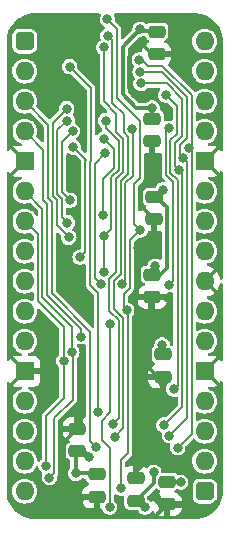
<source format=gbr>
%TF.GenerationSoftware,KiCad,Pcbnew,7.0.5*%
%TF.CreationDate,2023-12-15T16:43:16+02:00*%
%TF.ProjectId,HCP65 MPU Timer,48435036-3520-44d5-9055-2054696d6572,rev?*%
%TF.SameCoordinates,Original*%
%TF.FileFunction,Copper,L2,Bot*%
%TF.FilePolarity,Positive*%
%FSLAX46Y46*%
G04 Gerber Fmt 4.6, Leading zero omitted, Abs format (unit mm)*
G04 Created by KiCad (PCBNEW 7.0.5) date 2023-12-15 16:43:16*
%MOMM*%
%LPD*%
G01*
G04 APERTURE LIST*
G04 Aperture macros list*
%AMRoundRect*
0 Rectangle with rounded corners*
0 $1 Rounding radius*
0 $2 $3 $4 $5 $6 $7 $8 $9 X,Y pos of 4 corners*
0 Add a 4 corners polygon primitive as box body*
4,1,4,$2,$3,$4,$5,$6,$7,$8,$9,$2,$3,0*
0 Add four circle primitives for the rounded corners*
1,1,$1+$1,$2,$3*
1,1,$1+$1,$4,$5*
1,1,$1+$1,$6,$7*
1,1,$1+$1,$8,$9*
0 Add four rect primitives between the rounded corners*
20,1,$1+$1,$2,$3,$4,$5,0*
20,1,$1+$1,$4,$5,$6,$7,0*
20,1,$1+$1,$6,$7,$8,$9,0*
20,1,$1+$1,$8,$9,$2,$3,0*%
G04 Aperture macros list end*
%TA.AperFunction,ComponentPad*%
%ADD10RoundRect,0.400000X-0.400000X-0.400000X0.400000X-0.400000X0.400000X0.400000X-0.400000X0.400000X0*%
%TD*%
%TA.AperFunction,ComponentPad*%
%ADD11O,1.600000X1.600000*%
%TD*%
%TA.AperFunction,ComponentPad*%
%ADD12R,1.600000X1.600000*%
%TD*%
%TA.AperFunction,SMDPad,CuDef*%
%ADD13RoundRect,0.250000X-0.475000X0.250000X-0.475000X-0.250000X0.475000X-0.250000X0.475000X0.250000X0*%
%TD*%
%TA.AperFunction,SMDPad,CuDef*%
%ADD14RoundRect,0.250000X0.475000X-0.250000X0.475000X0.250000X-0.475000X0.250000X-0.475000X-0.250000X0*%
%TD*%
%TA.AperFunction,ViaPad*%
%ADD15C,0.800000*%
%TD*%
%TA.AperFunction,Conductor*%
%ADD16C,0.380000*%
%TD*%
%TA.AperFunction,Conductor*%
%ADD17C,0.200000*%
%TD*%
G04 APERTURE END LIST*
D10*
%TO.P,J2,1,Pin_1*%
%TO.N,/5V*%
X88900000Y-58420000D03*
D11*
%TO.P,J2,2,Pin_2*%
%TO.N,/~{Reset}*%
X88900000Y-60960000D03*
%TO.P,J2,3,Pin_3*%
%TO.N,/~{RD}*%
X88900000Y-63500000D03*
%TO.P,J2,4,Pin_4*%
%TO.N,/~{WD}*%
X88900000Y-66040000D03*
D12*
%TO.P,J2,5,Pin_5*%
%TO.N,/GND*%
X88900000Y-68580000D03*
D11*
%TO.P,J2,6,Pin_6*%
%TO.N,/CLK*%
X88900000Y-71120000D03*
%TO.P,J2,7,Pin_7*%
%TO.N,/~{NMI Rate Select}*%
X88900000Y-73660000D03*
%TO.P,J2,8,Pin_8*%
%TO.N,/D7*%
X88900000Y-76200000D03*
%TO.P,J2,9,Pin_9*%
%TO.N,/D6*%
X88900000Y-78740000D03*
%TO.P,J2,10,Pin_10*%
%TO.N,/D5*%
X88900000Y-81280000D03*
%TO.P,J2,11,Pin_11*%
%TO.N,/D4*%
X88900000Y-83820000D03*
D12*
%TO.P,J2,12,Pin_12*%
%TO.N,/GND*%
X88900000Y-86360000D03*
D11*
%TO.P,J2,13,Pin_13*%
%TO.N,/D3*%
X88900000Y-88900000D03*
%TO.P,J2,14,Pin_14*%
%TO.N,/D2*%
X88900000Y-91440000D03*
%TO.P,J2,15,Pin_15*%
%TO.N,/D1*%
X88900000Y-93980000D03*
%TO.P,J2,16,Pin_16*%
%TO.N,/D0*%
X88900000Y-96520000D03*
D10*
%TO.P,J2,17,Pin_17*%
%TO.N,/5V*%
X104140000Y-96520000D03*
D11*
%TO.P,J2,18,Pin_18*%
%TO.N,unconnected-(J2-Pin_18-Pad18)*%
X104140000Y-93980000D03*
%TO.P,J2,19,Pin_19*%
%TO.N,unconnected-(J2-Pin_19-Pad19)*%
X104140000Y-91440000D03*
%TO.P,J2,20,Pin_20*%
%TO.N,unconnected-(J2-Pin_20-Pad20)*%
X104140000Y-88900000D03*
D12*
%TO.P,J2,21,Pin_21*%
%TO.N,/GND*%
X104140000Y-86360000D03*
D11*
%TO.P,J2,22,Pin_22*%
%TO.N,unconnected-(J2-Pin_22-Pad22)*%
X104140000Y-83820000D03*
%TO.P,J2,23,Pin_23*%
%TO.N,unconnected-(J2-Pin_23-Pad23)*%
X104140000Y-81280000D03*
%TO.P,J2,24,Pin_24*%
%TO.N,/GND*%
X104140000Y-78740000D03*
%TO.P,J2,25,Pin_25*%
%TO.N,unconnected-(J2-Pin_25-Pad25)*%
X104140000Y-76200000D03*
%TO.P,J2,26,Pin_26*%
%TO.N,/~{Set Timer}*%
X104140000Y-73660000D03*
%TO.P,J2,27,Pin_27*%
%TO.N,unconnected-(J2-Pin_27-Pad27)*%
X104140000Y-71120000D03*
D12*
%TO.P,J2,28,Pin_28*%
%TO.N,/GND*%
X104140000Y-68580000D03*
D11*
%TO.P,J2,29,Pin_29*%
%TO.N,unconnected-(J2-Pin_29-Pad29)*%
X104140000Y-66040000D03*
%TO.P,J2,30,Pin_30*%
%TO.N,unconnected-(J2-Pin_30-Pad30)*%
X104140000Y-63500000D03*
%TO.P,J2,31,Pin_31*%
%TO.N,unconnected-(J2-Pin_31-Pad31)*%
X104140000Y-60960000D03*
%TO.P,J2,32,Pin_32*%
%TO.N,unconnected-(J2-Pin_32-Pad32)*%
X104140000Y-58420000D03*
%TD*%
D13*
%TO.P,C15,1*%
%TO.N,/3.3V*%
X100076000Y-57613000D03*
%TO.P,C15,2*%
%TO.N,/GND*%
X100076000Y-59513000D03*
%TD*%
%TO.P,C11,1*%
%TO.N,/5V*%
X99695000Y-78187000D03*
%TO.P,C11,2*%
%TO.N,/GND*%
X99695000Y-80087000D03*
%TD*%
%TO.P,C5,1*%
%TO.N,/3.3V*%
X94996000Y-95078000D03*
%TO.P,C5,2*%
%TO.N,/GND*%
X94996000Y-96978000D03*
%TD*%
%TO.P,C16,1*%
%TO.N,/5V*%
X99822000Y-71583000D03*
%TO.P,C16,2*%
%TO.N,/GND*%
X99822000Y-73483000D03*
%TD*%
%TO.P,C8,1*%
%TO.N,/5V*%
X100965000Y-95713000D03*
%TO.P,C8,2*%
%TO.N,/GND*%
X100965000Y-97613000D03*
%TD*%
%TO.P,C10,1*%
%TO.N,/3.3V*%
X100584000Y-84918000D03*
%TO.P,C10,2*%
%TO.N,/GND*%
X100584000Y-86818000D03*
%TD*%
D14*
%TO.P,C6,1*%
%TO.N,/3.3V*%
X93345000Y-93136000D03*
%TO.P,C6,2*%
%TO.N,/GND*%
X93345000Y-91236000D03*
%TD*%
%TO.P,C9,1*%
%TO.N,/3.3V*%
X98298000Y-97327000D03*
%TO.P,C9,2*%
%TO.N,/GND*%
X98298000Y-95427000D03*
%TD*%
D13*
%TO.P,C7,1*%
%TO.N,/3.3V*%
X99695000Y-64979000D03*
%TO.P,C7,2*%
%TO.N,/GND*%
X99695000Y-66879000D03*
%TD*%
D15*
%TO.N,/5V*%
X102108000Y-95758014D03*
X100584000Y-71006294D03*
X99949000Y-77470000D03*
%TO.N,/GND*%
X93472000Y-97282000D03*
X93078932Y-68462315D03*
X98171000Y-80264000D03*
X101901000Y-59610000D03*
X98526987Y-75902781D03*
X99975558Y-97037644D03*
X100584000Y-87375998D03*
X93680103Y-90039736D03*
X90932000Y-62230000D03*
X101023502Y-80132045D03*
X98806000Y-58674000D03*
X98236035Y-62857517D03*
X92329000Y-76454000D03*
X99822002Y-69986896D03*
%TO.N,/3.3V*%
X99822000Y-94897000D03*
X100533504Y-84139021D03*
X93218000Y-95003000D03*
X94361004Y-93603006D03*
X99110843Y-97878000D03*
X98679000Y-57404012D03*
X99695000Y-64071500D03*
%TO.N,/~{Write NMI Rate Select}\u00B7CLK*%
X100838000Y-62992000D03*
X101534986Y-87884000D03*
%TO.N,/Q6*%
X95326987Y-78970173D03*
X95738179Y-67887500D03*
%TO.N,/CLK*%
X90991451Y-95382791D03*
X92894626Y-84741898D03*
%TO.N,/~{Reset}*%
X98678206Y-74407999D03*
X97538611Y-81183610D03*
X95899996Y-56570016D03*
X97028000Y-96266000D03*
%TO.N,/D0*%
X96520000Y-91948000D03*
X95915770Y-57970016D03*
%TO.N,/D1*%
X95591999Y-58945097D03*
X96393000Y-90805000D03*
%TO.N,/D2*%
X92709996Y-60579000D03*
X95141840Y-89823532D03*
%TO.N,/~{NMI Rate Select}*%
X92194626Y-85478992D03*
X90700008Y-94361000D03*
%TO.N,/~{WD}*%
X93641990Y-83439000D03*
%TO.N,/~{RD}*%
X94919195Y-92753000D03*
%TO.N,/NMI_{Speed}0*%
X98602615Y-59994615D03*
X101854000Y-92837000D03*
X102822477Y-67446845D03*
%TO.N,/NMI_{Speed}1*%
X101154000Y-91807416D03*
X102339992Y-68326000D03*
X98666946Y-60992546D03*
%TO.N,/NMI_{Speed}2*%
X100684245Y-90924616D03*
X101939992Y-69300159D03*
X98733970Y-61990300D03*
%TO.N,/Q8*%
X97970000Y-65851000D03*
X97126987Y-78994000D03*
%TO.N,/Q18*%
X92746986Y-71883675D03*
X92955177Y-66035693D03*
%TO.N,/Q0*%
X96163000Y-82400408D03*
X96088385Y-97878000D03*
%TO.N,/Q12*%
X95628838Y-74929474D03*
X95758000Y-65151000D03*
X95588611Y-77984281D03*
%TO.N,/Q10*%
X101139992Y-79045496D03*
X101077065Y-65791974D03*
%TO.N,/Q16*%
X92521000Y-65134863D03*
X92521000Y-73787000D03*
%TO.N,/Q14*%
X92636205Y-75029566D03*
X92456000Y-64135000D03*
%TO.N,/Q20*%
X95590953Y-66703822D03*
X95526987Y-73162555D03*
%TO.N,/~{Set Timer}*%
X93016248Y-67399988D03*
X93599000Y-76708000D03*
%TD*%
D16*
%TO.N,/5V*%
X100398706Y-71006294D02*
X100584000Y-71006294D01*
X100375000Y-78187000D02*
X99695000Y-78187000D01*
X100937000Y-77625000D02*
X100375000Y-78187000D01*
X99822000Y-71583000D02*
X100398706Y-71006294D01*
X99695000Y-77724000D02*
X99949000Y-77470000D01*
X100965000Y-95713000D02*
X102062986Y-95713000D01*
X99695000Y-78187000D02*
X99695000Y-77724000D01*
X100937000Y-72489000D02*
X100937000Y-77625000D01*
X100031000Y-71583000D02*
X100937000Y-72489000D01*
X102062986Y-95713000D02*
X102108000Y-95758014D01*
%TO.N,/GND*%
X98298000Y-95427000D02*
X98298000Y-94869000D01*
X101701229Y-94107000D02*
X102950000Y-95355771D01*
X101804000Y-59513000D02*
X101901000Y-59610000D01*
X100978457Y-80087000D02*
X101023502Y-80132045D01*
X102870000Y-97790000D02*
X101142000Y-97790000D01*
X88900000Y-68580000D02*
X87710000Y-69770000D01*
X88487085Y-62230000D02*
X90932000Y-62230000D01*
X98348000Y-80087000D02*
X98171000Y-80264000D01*
X105330000Y-87550000D02*
X105330000Y-97247229D01*
X102950000Y-95355771D02*
X102950000Y-97710000D01*
X87710000Y-87550000D02*
X87710000Y-94632915D01*
X87710000Y-63007085D02*
X88487085Y-62230000D01*
X99822000Y-74607768D02*
X98526987Y-75902781D01*
X92202000Y-95431192D02*
X92202000Y-92379000D01*
X88900000Y-86360000D02*
X87710000Y-87550000D01*
X87710000Y-69770000D02*
X87710000Y-85170000D01*
X92329000Y-76454000D02*
X93536984Y-75246016D01*
X94996000Y-96978000D02*
X94996000Y-97917000D01*
X100076000Y-59513000D02*
X101804000Y-59513000D01*
X105330000Y-77550000D02*
X105330000Y-69770000D01*
X99695000Y-80087000D02*
X98348000Y-80087000D01*
X99788007Y-69986896D02*
X99822002Y-69986896D01*
X95747000Y-98668000D02*
X99910000Y-98668000D01*
X98298000Y-94869000D02*
X99060000Y-94107000D01*
X98425000Y-80010000D02*
X98425000Y-76004768D01*
X104140000Y-86360000D02*
X105330000Y-87550000D01*
X99469000Y-80313000D02*
X99469000Y-86134000D01*
X100280000Y-97613000D02*
X99975558Y-97308558D01*
X105330000Y-67390000D02*
X105330000Y-60467085D01*
X91460401Y-96172791D02*
X92202000Y-95431192D01*
X105330000Y-97247229D02*
X104787229Y-97790000D01*
X90664222Y-96172791D02*
X91460401Y-96172791D01*
X104787229Y-97790000D02*
X102870000Y-97790000D01*
X99695000Y-80087000D02*
X100978457Y-80087000D01*
X87710000Y-94632915D02*
X88407085Y-95330000D01*
X94996000Y-97917000D02*
X95747000Y-98668000D01*
X93536986Y-68920369D02*
X93078932Y-68462315D01*
X97761998Y-59718002D02*
X97761998Y-62383480D01*
X93345000Y-91059000D02*
X93680103Y-90723897D01*
X97761998Y-62383480D02*
X98236035Y-62857517D01*
X99822000Y-73483000D02*
X99822000Y-74607768D01*
X87710000Y-67390000D02*
X87710000Y-63007085D01*
X98171000Y-80264000D02*
X98425000Y-80010000D01*
X104140000Y-68580000D02*
X105330000Y-67390000D01*
X98425000Y-76004768D02*
X98526987Y-75902781D01*
X102950000Y-97710000D02*
X102870000Y-97790000D01*
X99645000Y-59513000D02*
X98806000Y-58674000D01*
X87710000Y-85170000D02*
X88900000Y-86360000D01*
X99695000Y-69859894D02*
X99822002Y-69986896D01*
X99060000Y-94107000D02*
X101701229Y-94107000D01*
X105330000Y-85170000D02*
X104140000Y-86360000D01*
X99822000Y-73483000D02*
X98707000Y-72368000D01*
X93776000Y-96978000D02*
X93472000Y-97282000D01*
X88900000Y-68580000D02*
X87710000Y-67390000D01*
X99469000Y-86134000D02*
X100153000Y-86818000D01*
X92202000Y-92379000D02*
X93345000Y-91236000D01*
X104140000Y-78740000D02*
X105330000Y-79930000D01*
X105330000Y-79930000D02*
X105330000Y-80010000D01*
X93536986Y-72338275D02*
X93536986Y-68920369D01*
X93680103Y-90723897D02*
X93680103Y-90039736D01*
X99695000Y-66879000D02*
X99695000Y-69859894D01*
X98806000Y-58674000D02*
X97761998Y-59718002D01*
X104472915Y-59610000D02*
X101901000Y-59610000D01*
X98707000Y-72368000D02*
X98707000Y-71067903D01*
X105330000Y-69770000D02*
X104140000Y-68580000D01*
X94996000Y-96978000D02*
X93776000Y-96978000D01*
X88407085Y-95330000D02*
X89821431Y-95330000D01*
X100965000Y-97613000D02*
X100280000Y-97613000D01*
X99910000Y-98668000D02*
X100965000Y-97613000D01*
X93536984Y-72338277D02*
X93536986Y-72338275D01*
X98707000Y-71067903D02*
X99788007Y-69986896D01*
X99975558Y-97308558D02*
X99975558Y-97037644D01*
X93536984Y-75246016D02*
X93536984Y-72338277D01*
X89821431Y-95330000D02*
X90664222Y-96172791D01*
X105330000Y-80010000D02*
X105330000Y-85170000D01*
X105330000Y-60467085D02*
X104472915Y-59610000D01*
X100584000Y-86818000D02*
X100584000Y-87375998D01*
X104140000Y-78740000D02*
X105330000Y-77550000D01*
%TO.N,/3.3V*%
X97181998Y-58901014D02*
X98679000Y-57404012D01*
X98849000Y-97878000D02*
X99110843Y-97878000D01*
X99695000Y-64071500D02*
X98332789Y-64071500D01*
X99994000Y-57531000D02*
X98805988Y-57531000D01*
X98298000Y-97327000D02*
X98849000Y-97878000D01*
X99695000Y-64979000D02*
X99695000Y-64071500D01*
X100584000Y-84189517D02*
X100533504Y-84139021D01*
X98805988Y-57531000D02*
X98679000Y-57404012D01*
X98332789Y-64071500D02*
X97181998Y-62920709D01*
X93218000Y-93263000D02*
X93218000Y-95003000D01*
X100584000Y-84918000D02*
X100584000Y-84189517D01*
X93345000Y-93136000D02*
X93893998Y-93136000D01*
X93893998Y-93136000D02*
X94361004Y-93603006D01*
X98298000Y-97327000D02*
X99822000Y-95803000D01*
X97181998Y-62920709D02*
X97181998Y-58901014D01*
X99822000Y-95803000D02*
X99822000Y-94897000D01*
X93218000Y-95003000D02*
X94921000Y-95003000D01*
D17*
%TO.N,/~{Write NMI Rate Select}\u00B7CLK*%
X101840000Y-87578986D02*
X101840000Y-70190119D01*
X101777065Y-63931065D02*
X100838000Y-62992000D01*
X101534986Y-87884000D02*
X101840000Y-87578986D01*
X101238000Y-69588119D02*
X101238000Y-66783000D01*
X101840000Y-70190119D02*
X101238000Y-69588119D01*
X101238000Y-66783000D02*
X101777065Y-66243935D01*
X101777065Y-66243935D02*
X101777065Y-63931065D01*
%TO.N,/Q6*%
X94826987Y-68798692D02*
X94826987Y-78470173D01*
X95738179Y-67887500D02*
X94826987Y-68798692D01*
X94826987Y-78470173D02*
X95326987Y-78970173D01*
%TO.N,/CLK*%
X92894626Y-82595997D02*
X92894626Y-84741898D01*
X88900000Y-71120000D02*
X90400000Y-72620000D01*
X90400000Y-80101371D02*
X92894626Y-82595997D01*
X91400000Y-94974242D02*
X91400000Y-90337000D01*
X91400000Y-90337000D02*
X92964000Y-88773000D01*
X90400000Y-72620000D02*
X90400000Y-80101371D01*
X92964000Y-84811272D02*
X92894626Y-84741898D01*
X90991451Y-95382791D02*
X91400000Y-94974242D01*
X92964000Y-88773000D02*
X92964000Y-84811272D01*
%TO.N,/~{Reset}*%
X97282000Y-79856948D02*
X97826987Y-79311961D01*
X98670000Y-65205729D02*
X96692000Y-63227729D01*
X97028000Y-93916812D02*
X97028000Y-96266000D01*
X96692000Y-57362020D02*
X95899996Y-56570016D01*
X97826987Y-79311961D02*
X97826987Y-75259218D01*
X97538611Y-81183610D02*
X97282000Y-80926999D01*
X97663000Y-93281812D02*
X97028000Y-93916812D01*
X97538611Y-81183610D02*
X97663000Y-81307999D01*
X97282000Y-80926999D02*
X97282000Y-79856948D01*
X96692000Y-63227729D02*
X96692000Y-57362020D01*
X98171000Y-70485000D02*
X98670000Y-69986000D01*
X97663000Y-81307999D02*
X97663000Y-93281812D01*
X97826987Y-75259218D02*
X98678206Y-74407999D01*
X98171000Y-73900793D02*
X98171000Y-70485000D01*
X98678206Y-74407999D02*
X98171000Y-73900793D01*
X98670000Y-69986000D02*
X98670000Y-65205729D01*
%TO.N,/D0*%
X96426987Y-78704050D02*
X96426987Y-81061937D01*
X97270000Y-66140950D02*
X97644000Y-66514950D01*
X97026987Y-70278070D02*
X97026987Y-78104050D01*
X97643999Y-69661057D02*
X97026987Y-70278070D01*
X96292000Y-58346246D02*
X96292000Y-63643366D01*
X96292000Y-63643366D02*
X97270000Y-64621366D01*
X95915770Y-57970016D02*
X96292000Y-58346246D01*
X97263000Y-81897950D02*
X97263000Y-91205000D01*
X96426987Y-81061937D02*
X97263000Y-81897950D01*
X97270000Y-64621366D02*
X97270000Y-66140950D01*
X97026987Y-78104050D02*
X96426987Y-78704050D01*
X97644000Y-66514950D02*
X97643999Y-69661057D01*
X97263000Y-91205000D02*
X96520000Y-91948000D01*
%TO.N,/D1*%
X96026987Y-81227623D02*
X96863000Y-82063636D01*
X95591999Y-58945097D02*
X95591999Y-63509051D01*
X96863000Y-90335000D02*
X96393000Y-90805000D01*
X96026987Y-78538365D02*
X96026987Y-81227623D01*
X95591999Y-63509051D02*
X96637499Y-64554551D01*
X96637499Y-66074135D02*
X97244000Y-66680636D01*
X97244000Y-66680636D02*
X97243999Y-69495372D01*
X96626987Y-77938365D02*
X96026987Y-78538365D01*
X96863000Y-82063636D02*
X96863000Y-90335000D01*
X97243999Y-69495372D02*
X96626987Y-70112385D01*
X96637499Y-64554551D02*
X96637499Y-66074135D01*
X96626987Y-70112385D02*
X96626987Y-77938365D01*
%TO.N,/D2*%
X94489000Y-68570993D02*
X94426987Y-68633007D01*
X92709996Y-60579000D02*
X94489000Y-62358004D01*
X95141840Y-79774976D02*
X95141840Y-89823532D01*
X94426987Y-68633007D02*
X94426987Y-79060123D01*
X94489000Y-62358004D02*
X94489000Y-68570993D01*
X94426987Y-79060123D02*
X95141840Y-79774976D01*
%TO.N,/~{NMI Rate Select}*%
X90700008Y-90147992D02*
X90700008Y-94361000D01*
X92194626Y-88653374D02*
X90700008Y-90147992D01*
X90000000Y-80449600D02*
X92194626Y-82644226D01*
X90000000Y-74760000D02*
X90000000Y-80449600D01*
X92194626Y-85478992D02*
X92194626Y-88653374D01*
X88900000Y-73660000D02*
X90000000Y-74760000D01*
X92194626Y-82644226D02*
X92194626Y-85478992D01*
%TO.N,/~{WD}*%
X90475000Y-71874432D02*
X90800000Y-72199432D01*
X88900000Y-66040000D02*
X90475000Y-67615000D01*
X90800000Y-72199432D02*
X90800000Y-79935685D01*
X90800000Y-79935685D02*
X93641990Y-82777676D01*
X93641990Y-82777676D02*
X93641990Y-83439000D01*
X90475000Y-67615000D02*
X90475000Y-71874432D01*
%TO.N,/~{RD}*%
X90875000Y-71708744D02*
X91200000Y-72033746D01*
X94441840Y-92275645D02*
X94919195Y-92753000D01*
X91200000Y-72033746D02*
X91200000Y-75247309D01*
X94441840Y-83011840D02*
X94441840Y-92275645D01*
X90875000Y-65475000D02*
X90875000Y-71708744D01*
X91200000Y-75247309D02*
X91200006Y-75247315D01*
X91200006Y-79770006D02*
X94441840Y-83011840D01*
X91200006Y-75247315D02*
X91200006Y-79770006D01*
X88900000Y-63500000D02*
X90875000Y-65475000D01*
%TO.N,/NMI_{Speed}0*%
X103035000Y-67234322D02*
X103035000Y-62966500D01*
X100552250Y-60483750D02*
X99345750Y-60483750D01*
X99345750Y-60483750D02*
X98856615Y-59994615D01*
X103040000Y-91651000D02*
X103040000Y-67664368D01*
X98856615Y-59994615D02*
X98602615Y-59994615D01*
X103035000Y-62966500D02*
X100552250Y-60483750D01*
X102822477Y-67446845D02*
X103035000Y-67234322D01*
X103040000Y-67664368D02*
X102822477Y-67446845D01*
X101854000Y-92837000D02*
X103040000Y-91651000D01*
%TO.N,/NMI_{Speed}1*%
X102640000Y-90321416D02*
X102640000Y-68626008D01*
X102635000Y-63132186D02*
X100495360Y-60992546D01*
X102640000Y-68626008D02*
X102339992Y-68326000D01*
X102339992Y-68326000D02*
X102038000Y-68024007D01*
X102038000Y-67241371D02*
X102635000Y-66644372D01*
X101154000Y-91807416D02*
X102640000Y-90321416D01*
X102038000Y-68024007D02*
X102038000Y-67241371D01*
X100495360Y-60992546D02*
X98666946Y-60992546D01*
X102635000Y-66644372D02*
X102635000Y-63132186D01*
%TO.N,/NMI_{Speed}2*%
X101639992Y-68615950D02*
X101639992Y-68191686D01*
X101647000Y-69007167D02*
X101647000Y-68622958D01*
X102235000Y-66478686D02*
X102235000Y-63297872D01*
X100927428Y-61990300D02*
X98733970Y-61990300D01*
X101638001Y-67075685D02*
X102235000Y-66478686D01*
X100684245Y-90924616D02*
X102240000Y-89368861D01*
X101638000Y-68189692D02*
X101638001Y-67075685D01*
X102240000Y-69600167D02*
X101939992Y-69300159D01*
X101939992Y-69300159D02*
X101647000Y-69007167D01*
X101647000Y-68622958D02*
X101639992Y-68615950D01*
X102235000Y-63297872D02*
X100927428Y-61990300D01*
X102240000Y-89368861D02*
X102240000Y-69600167D01*
X101639992Y-68191686D02*
X101638000Y-68189692D01*
%TO.N,/Q8*%
X97426987Y-78694000D02*
X97126987Y-78994000D01*
X98044000Y-69826742D02*
X97426987Y-70443755D01*
X97426987Y-70443755D02*
X97426987Y-78694000D01*
X98044000Y-65925000D02*
X98044000Y-69826742D01*
X97970000Y-65851000D02*
X98044000Y-65925000D01*
%TO.N,/Q18*%
X92075000Y-71211689D02*
X92746986Y-71883675D01*
X92955177Y-66035693D02*
X92075000Y-66915870D01*
X92075000Y-66915870D02*
X92075000Y-71211689D01*
%TO.N,/Q0*%
X96088385Y-97878000D02*
X96088385Y-92847002D01*
X96088385Y-92847002D02*
X95414332Y-92172949D01*
X95414332Y-92172949D02*
X95414332Y-90590191D01*
X96163000Y-89841523D02*
X96163000Y-82400408D01*
X95414332Y-90590191D02*
X96163000Y-89841523D01*
%TO.N,/Q12*%
X95628838Y-74929474D02*
X95628838Y-77944054D01*
X96844000Y-66846322D02*
X95758000Y-65760321D01*
X95628838Y-74929474D02*
X96226987Y-74331325D01*
X96226987Y-74331325D02*
X96226987Y-69946700D01*
X95758000Y-65760321D02*
X95758000Y-65151000D01*
X96226987Y-69946700D02*
X96843999Y-69329687D01*
X96843999Y-69329687D02*
X96844000Y-66846322D01*
X95628838Y-77944054D02*
X95588611Y-77984281D01*
%TO.N,/Q10*%
X101077065Y-65791974D02*
X100838000Y-66031039D01*
X101427000Y-78758488D02*
X101139992Y-79045496D01*
X100838000Y-69753805D02*
X101427000Y-70342805D01*
X100838000Y-66031039D02*
X100838000Y-69753805D01*
X101427000Y-70342805D02*
X101427000Y-78758488D01*
%TO.N,/Q16*%
X92046986Y-73312986D02*
X92046986Y-71749361D01*
X91675000Y-65980863D02*
X92521000Y-65134863D01*
X92046986Y-71749361D02*
X91675000Y-71377374D01*
X91675000Y-71377374D02*
X91675000Y-65980863D01*
X92521000Y-73787000D02*
X92046986Y-73312986D01*
%TO.N,/Q14*%
X91600000Y-71868060D02*
X91600000Y-73993361D01*
X91275000Y-71543059D02*
X91600000Y-71868060D01*
X91275000Y-65316000D02*
X91275000Y-71543059D01*
X92456000Y-64135000D02*
X91275000Y-65316000D01*
X91600000Y-73993361D02*
X92636205Y-75029566D01*
%TO.N,/Q20*%
X96444000Y-67556869D02*
X96444000Y-69164000D01*
X95590953Y-66703822D02*
X96444000Y-67556869D01*
X95509000Y-73144568D02*
X95526987Y-73162555D01*
X96444000Y-69164000D02*
X95509000Y-70099000D01*
X95509000Y-70099000D02*
X95509000Y-73144568D01*
%TO.N,/~{Set Timer}*%
X94026986Y-68467325D02*
X94026986Y-76280014D01*
X94055285Y-68439025D02*
X94026986Y-68467325D01*
X93016248Y-67399988D02*
X94055285Y-68439025D01*
X94026986Y-76280014D02*
X93599000Y-76708000D01*
%TD*%
%TA.AperFunction,Conductor*%
%TO.N,/GND*%
G36*
X87577703Y-69453834D02*
G01*
X87612682Y-69504214D01*
X87656645Y-69622086D01*
X87656649Y-69622093D01*
X87742809Y-69737187D01*
X87742812Y-69737190D01*
X87857906Y-69823350D01*
X87857913Y-69823354D01*
X87992620Y-69873596D01*
X87992627Y-69873598D01*
X88052155Y-69879999D01*
X88052172Y-69880000D01*
X88532930Y-69880000D01*
X88599969Y-69899685D01*
X88645724Y-69952489D01*
X88655668Y-70021647D01*
X88626643Y-70085203D01*
X88568925Y-70122660D01*
X88496046Y-70144768D01*
X88496043Y-70144769D01*
X88458419Y-70164880D01*
X88313550Y-70242315D01*
X88313548Y-70242316D01*
X88313547Y-70242317D01*
X88153589Y-70373589D01*
X88022317Y-70533547D01*
X88022315Y-70533550D01*
X88000327Y-70574686D01*
X87924769Y-70716043D01*
X87864699Y-70914067D01*
X87844417Y-71120000D01*
X87864699Y-71325932D01*
X87870299Y-71344392D01*
X87924768Y-71523954D01*
X88022315Y-71706450D01*
X88056969Y-71748677D01*
X88153589Y-71866410D01*
X88243849Y-71940483D01*
X88313550Y-71997685D01*
X88496046Y-72095232D01*
X88694066Y-72155300D01*
X88694065Y-72155300D01*
X88714347Y-72157297D01*
X88900000Y-72175583D01*
X89105934Y-72155300D01*
X89290836Y-72099210D01*
X89360699Y-72098588D01*
X89414509Y-72130191D01*
X90013181Y-72728862D01*
X90046666Y-72790185D01*
X90049500Y-72816543D01*
X90049500Y-73087043D01*
X90029815Y-73154082D01*
X89977011Y-73199837D01*
X89907853Y-73209781D01*
X89844297Y-73180756D01*
X89816142Y-73145497D01*
X89811333Y-73136500D01*
X89777685Y-73073550D01*
X89725702Y-73010209D01*
X89646410Y-72913589D01*
X89528157Y-72816543D01*
X89486450Y-72782315D01*
X89303954Y-72684768D01*
X89105934Y-72624700D01*
X89105932Y-72624699D01*
X89105934Y-72624699D01*
X88918463Y-72606235D01*
X88900000Y-72604417D01*
X88899999Y-72604417D01*
X88694067Y-72624699D01*
X88496043Y-72684769D01*
X88387858Y-72742596D01*
X88313550Y-72782315D01*
X88313548Y-72782316D01*
X88313547Y-72782317D01*
X88153589Y-72913589D01*
X88022317Y-73073547D01*
X87924769Y-73256043D01*
X87864699Y-73454067D01*
X87844417Y-73659999D01*
X87864699Y-73865932D01*
X87890605Y-73951333D01*
X87924768Y-74063954D01*
X88022315Y-74246450D01*
X88056969Y-74288677D01*
X88153589Y-74406410D01*
X88247242Y-74483268D01*
X88313550Y-74537685D01*
X88496046Y-74635232D01*
X88694066Y-74695300D01*
X88694065Y-74695300D01*
X88712529Y-74697118D01*
X88900000Y-74715583D01*
X89105934Y-74695300D01*
X89290836Y-74639210D01*
X89360701Y-74638588D01*
X89414510Y-74670191D01*
X89613181Y-74868862D01*
X89646666Y-74930185D01*
X89649500Y-74956543D01*
X89649500Y-75202585D01*
X89629815Y-75269624D01*
X89577011Y-75315379D01*
X89507853Y-75325323D01*
X89467047Y-75311943D01*
X89303958Y-75224769D01*
X89177417Y-75186384D01*
X89105934Y-75164700D01*
X89105932Y-75164699D01*
X89105934Y-75164699D01*
X88900000Y-75144417D01*
X88694067Y-75164699D01*
X88496043Y-75224769D01*
X88385898Y-75283643D01*
X88313550Y-75322315D01*
X88313548Y-75322316D01*
X88313547Y-75322317D01*
X88153589Y-75453589D01*
X88022317Y-75613547D01*
X87924769Y-75796043D01*
X87864699Y-75994067D01*
X87844417Y-76200000D01*
X87864699Y-76405932D01*
X87864700Y-76405934D01*
X87924768Y-76603954D01*
X88022315Y-76786450D01*
X88022317Y-76786452D01*
X88153589Y-76946410D01*
X88250209Y-77025702D01*
X88313550Y-77077685D01*
X88496046Y-77175232D01*
X88694066Y-77235300D01*
X88694065Y-77235300D01*
X88714348Y-77237297D01*
X88900000Y-77255583D01*
X89105934Y-77235300D01*
X89303954Y-77175232D01*
X89467048Y-77088055D01*
X89535449Y-77073814D01*
X89600693Y-77098814D01*
X89642064Y-77155118D01*
X89649500Y-77197414D01*
X89649500Y-77742585D01*
X89629815Y-77809624D01*
X89577011Y-77855379D01*
X89507853Y-77865323D01*
X89467047Y-77851943D01*
X89303958Y-77764769D01*
X89204943Y-77734733D01*
X89105934Y-77704700D01*
X89105932Y-77704699D01*
X89105934Y-77704699D01*
X88918463Y-77686235D01*
X88900000Y-77684417D01*
X88899999Y-77684417D01*
X88694067Y-77704699D01*
X88496043Y-77764769D01*
X88412127Y-77809624D01*
X88313550Y-77862315D01*
X88313548Y-77862316D01*
X88313547Y-77862317D01*
X88153589Y-77993589D01*
X88022317Y-78153547D01*
X87924769Y-78336043D01*
X87864699Y-78534067D01*
X87844417Y-78740000D01*
X87864699Y-78945932D01*
X87864700Y-78945934D01*
X87924768Y-79143954D01*
X88022315Y-79326450D01*
X88046495Y-79355913D01*
X88153589Y-79486410D01*
X88217993Y-79539264D01*
X88313550Y-79617685D01*
X88496046Y-79715232D01*
X88694066Y-79775300D01*
X88694065Y-79775300D01*
X88714347Y-79777297D01*
X88900000Y-79795583D01*
X89105934Y-79775300D01*
X89303954Y-79715232D01*
X89467048Y-79628055D01*
X89535449Y-79613814D01*
X89600693Y-79638814D01*
X89642064Y-79695118D01*
X89649500Y-79737414D01*
X89649500Y-80282585D01*
X89629815Y-80349624D01*
X89577011Y-80395379D01*
X89507853Y-80405323D01*
X89467047Y-80391943D01*
X89303958Y-80304769D01*
X89146841Y-80257109D01*
X89105934Y-80244700D01*
X89105932Y-80244699D01*
X89105934Y-80244699D01*
X88918463Y-80226235D01*
X88900000Y-80224417D01*
X88899999Y-80224417D01*
X88694067Y-80244699D01*
X88496043Y-80304769D01*
X88412127Y-80349624D01*
X88313550Y-80402315D01*
X88313548Y-80402316D01*
X88313547Y-80402317D01*
X88153589Y-80533589D01*
X88022317Y-80693547D01*
X87924769Y-80876043D01*
X87864699Y-81074067D01*
X87844417Y-81280000D01*
X87864699Y-81485932D01*
X87864700Y-81485934D01*
X87924768Y-81683954D01*
X88022315Y-81866450D01*
X88022317Y-81866452D01*
X88153589Y-82026410D01*
X88238246Y-82095885D01*
X88313550Y-82157685D01*
X88496046Y-82255232D01*
X88694066Y-82315300D01*
X88694065Y-82315300D01*
X88714347Y-82317297D01*
X88900000Y-82335583D01*
X89105934Y-82315300D01*
X89303954Y-82255232D01*
X89486450Y-82157685D01*
X89646410Y-82026410D01*
X89777685Y-81866450D01*
X89875232Y-81683954D01*
X89935300Y-81485934D01*
X89955583Y-81280000D01*
X89948130Y-81204330D01*
X89961149Y-81135685D01*
X90009214Y-81084975D01*
X90077064Y-81068300D01*
X90143159Y-81090956D01*
X90159214Y-81104496D01*
X91807806Y-82753087D01*
X91841291Y-82814410D01*
X91844125Y-82840768D01*
X91844125Y-84864641D01*
X91824440Y-84931680D01*
X91802352Y-84957456D01*
X91704144Y-85044460D01*
X91614407Y-85174467D01*
X91614406Y-85174468D01*
X91558388Y-85322173D01*
X91539348Y-85478991D01*
X91539348Y-85478992D01*
X91558388Y-85635810D01*
X91614406Y-85783515D01*
X91614407Y-85783516D01*
X91704143Y-85913523D01*
X91764735Y-85967202D01*
X91802352Y-86000527D01*
X91839479Y-86059715D01*
X91844126Y-86093342D01*
X91844125Y-88456829D01*
X91824440Y-88523869D01*
X91807806Y-88544510D01*
X90486963Y-89865353D01*
X90467114Y-89881474D01*
X90459339Y-89886554D01*
X90439151Y-89912490D01*
X90434075Y-89918240D01*
X90431642Y-89920673D01*
X90431632Y-89920686D01*
X90419703Y-89937393D01*
X90418172Y-89939445D01*
X90387491Y-89978864D01*
X90383983Y-89985345D01*
X90380769Y-89991923D01*
X90366514Y-90039801D01*
X90365733Y-90042238D01*
X90349507Y-90089504D01*
X90348302Y-90096725D01*
X90347390Y-90104038D01*
X90349455Y-90153940D01*
X90349508Y-90156502D01*
X90349508Y-93746649D01*
X90329823Y-93813688D01*
X90307736Y-93839462D01*
X90230904Y-93907530D01*
X90209523Y-93926472D01*
X90174954Y-93976553D01*
X90120671Y-94020543D01*
X90051222Y-94028202D01*
X89988658Y-93997098D01*
X89952841Y-93937106D01*
X89949503Y-93918274D01*
X89935300Y-93774066D01*
X89875232Y-93576046D01*
X89777685Y-93393550D01*
X89694578Y-93292283D01*
X89646410Y-93233589D01*
X89486452Y-93102317D01*
X89486453Y-93102317D01*
X89486450Y-93102315D01*
X89303954Y-93004768D01*
X89105934Y-92944700D01*
X89105932Y-92944699D01*
X89105934Y-92944699D01*
X88918463Y-92926235D01*
X88900000Y-92924417D01*
X88899999Y-92924417D01*
X88694067Y-92944699D01*
X88496043Y-93004769D01*
X88409770Y-93050884D01*
X88313550Y-93102315D01*
X88313548Y-93102316D01*
X88313547Y-93102317D01*
X88153589Y-93233589D01*
X88022317Y-93393547D01*
X87924769Y-93576043D01*
X87864699Y-93774067D01*
X87844417Y-93979999D01*
X87864699Y-94185932D01*
X87873730Y-94215702D01*
X87924768Y-94383954D01*
X88022315Y-94566450D01*
X88022316Y-94566451D01*
X88022317Y-94566452D01*
X88153589Y-94726410D01*
X88170371Y-94740182D01*
X88313550Y-94857685D01*
X88496046Y-94955232D01*
X88694066Y-95015300D01*
X88694065Y-95015300D01*
X88712529Y-95017118D01*
X88900000Y-95035583D01*
X89105934Y-95015300D01*
X89303954Y-94955232D01*
X89486450Y-94857685D01*
X89646410Y-94726410D01*
X89777685Y-94566450D01*
X89830506Y-94467628D01*
X89879467Y-94417786D01*
X89947605Y-94402325D01*
X90013284Y-94426156D01*
X90055653Y-94481714D01*
X90062958Y-94511131D01*
X90063769Y-94517814D01*
X90063770Y-94517818D01*
X90092085Y-94592477D01*
X90119788Y-94665523D01*
X90209525Y-94795530D01*
X90327768Y-94900283D01*
X90356649Y-94915441D01*
X90406861Y-94964024D01*
X90422836Y-95032043D01*
X90412200Y-95070613D01*
X90413891Y-95071255D01*
X90411231Y-95078267D01*
X90411231Y-95078268D01*
X90402686Y-95100796D01*
X90355213Y-95225972D01*
X90336173Y-95382790D01*
X90336173Y-95382791D01*
X90355213Y-95539609D01*
X90407319Y-95677000D01*
X90411231Y-95687314D01*
X90500968Y-95817321D01*
X90619211Y-95922074D01*
X90619213Y-95922075D01*
X90759085Y-95995487D01*
X90912465Y-96033291D01*
X90912466Y-96033291D01*
X91070436Y-96033291D01*
X91223816Y-95995487D01*
X91223816Y-95995486D01*
X91363691Y-95922074D01*
X91481934Y-95817321D01*
X91571671Y-95687314D01*
X91627688Y-95539609D01*
X91646729Y-95382791D01*
X91636723Y-95300388D01*
X91648183Y-95231466D01*
X91665204Y-95205292D01*
X91668365Y-95201558D01*
X91668376Y-95201548D01*
X91680334Y-95184797D01*
X91681799Y-95182833D01*
X91712517Y-95143368D01*
X91712519Y-95143361D01*
X91716026Y-95136880D01*
X91719236Y-95130312D01*
X91719240Y-95130308D01*
X91733501Y-95082404D01*
X91734275Y-95079990D01*
X91737749Y-95069868D01*
X91750500Y-95032730D01*
X91750500Y-95032720D01*
X91751715Y-95025440D01*
X91752618Y-95018195D01*
X91750553Y-94968268D01*
X91750500Y-94965706D01*
X91750500Y-92754620D01*
X91750500Y-90986000D01*
X92120000Y-90986000D01*
X93095000Y-90986000D01*
X93095000Y-90236000D01*
X92820029Y-90236000D01*
X92820012Y-90236001D01*
X92717302Y-90246494D01*
X92550880Y-90301641D01*
X92550875Y-90301643D01*
X92401654Y-90393684D01*
X92277684Y-90517654D01*
X92185643Y-90666875D01*
X92185641Y-90666880D01*
X92130494Y-90833302D01*
X92130493Y-90833309D01*
X92120000Y-90936013D01*
X92120000Y-90986000D01*
X91750500Y-90986000D01*
X91750500Y-90533539D01*
X91770184Y-90466504D01*
X91786809Y-90445872D01*
X93177046Y-89055634D01*
X93196902Y-89039511D01*
X93204669Y-89034437D01*
X93224873Y-89008477D01*
X93229941Y-89002739D01*
X93232375Y-89000307D01*
X93244325Y-88983567D01*
X93245832Y-88981548D01*
X93276517Y-88942126D01*
X93276519Y-88942118D01*
X93280017Y-88935655D01*
X93283241Y-88929063D01*
X93291893Y-88899999D01*
X93297506Y-88881144D01*
X93298264Y-88878777D01*
X93314500Y-88831488D01*
X93314500Y-88831481D01*
X93315706Y-88824256D01*
X93316617Y-88816952D01*
X93314553Y-88767051D01*
X93314500Y-88764489D01*
X93314500Y-85294789D01*
X93334185Y-85227750D01*
X93356269Y-85201976D01*
X93385109Y-85176428D01*
X93474846Y-85046421D01*
X93530863Y-84898716D01*
X93549904Y-84741898D01*
X93535120Y-84620135D01*
X93530863Y-84585079D01*
X93509618Y-84529062D01*
X93474846Y-84437375D01*
X93385109Y-84307368D01*
X93352389Y-84278381D01*
X93315264Y-84219195D01*
X93316030Y-84149329D01*
X93354447Y-84090969D01*
X93418317Y-84062643D01*
X93464291Y-84065170D01*
X93563004Y-84089500D01*
X93563005Y-84089500D01*
X93720975Y-84089500D01*
X93874355Y-84051696D01*
X93909714Y-84033137D01*
X93978221Y-84019412D01*
X94043275Y-84044904D01*
X94084219Y-84101519D01*
X94091340Y-84142934D01*
X94091340Y-90121301D01*
X94071655Y-90188340D01*
X94018851Y-90234095D01*
X93954737Y-90244659D01*
X93869986Y-90236000D01*
X93595000Y-90236000D01*
X93595000Y-91362000D01*
X93575315Y-91429039D01*
X93522511Y-91474794D01*
X93471000Y-91486000D01*
X92120001Y-91486000D01*
X92120001Y-91535986D01*
X92130494Y-91638697D01*
X92185641Y-91805119D01*
X92185643Y-91805124D01*
X92277684Y-91954345D01*
X92401654Y-92078315D01*
X92550875Y-92170356D01*
X92550880Y-92170358D01*
X92643140Y-92200930D01*
X92700585Y-92240702D01*
X92727408Y-92305218D01*
X92715093Y-92373994D01*
X92667550Y-92425194D01*
X92647471Y-92434817D01*
X92627674Y-92442201D01*
X92627664Y-92442206D01*
X92512455Y-92528452D01*
X92512452Y-92528455D01*
X92426206Y-92643664D01*
X92426202Y-92643671D01*
X92375910Y-92778513D01*
X92375909Y-92778517D01*
X92369500Y-92838127D01*
X92369500Y-92838134D01*
X92369500Y-92838135D01*
X92369500Y-93433870D01*
X92369501Y-93433876D01*
X92375908Y-93493483D01*
X92426202Y-93628328D01*
X92426206Y-93628335D01*
X92512452Y-93743544D01*
X92512455Y-93743547D01*
X92627664Y-93829793D01*
X92627673Y-93829798D01*
X92696832Y-93855592D01*
X92752766Y-93897462D01*
X92777184Y-93962926D01*
X92777500Y-93971774D01*
X92777500Y-94468381D01*
X92757815Y-94535420D01*
X92735727Y-94561196D01*
X92727518Y-94568468D01*
X92637781Y-94698475D01*
X92637780Y-94698476D01*
X92581762Y-94846181D01*
X92562722Y-95002999D01*
X92562722Y-95003000D01*
X92581762Y-95159818D01*
X92635074Y-95300389D01*
X92637780Y-95307523D01*
X92727517Y-95437530D01*
X92845760Y-95542283D01*
X92845762Y-95542284D01*
X92985634Y-95615696D01*
X93139014Y-95653500D01*
X93139015Y-95653500D01*
X93296985Y-95653500D01*
X93450365Y-95615696D01*
X93476607Y-95601923D01*
X93590240Y-95542283D01*
X93666544Y-95474683D01*
X93729778Y-95444963D01*
X93748771Y-95443500D01*
X93943804Y-95443500D01*
X94010843Y-95463185D01*
X94056598Y-95515989D01*
X94059986Y-95524168D01*
X94077201Y-95570326D01*
X94077206Y-95570335D01*
X94163452Y-95685544D01*
X94163455Y-95685547D01*
X94278664Y-95771793D01*
X94278673Y-95771798D01*
X94298468Y-95779181D01*
X94354402Y-95821051D01*
X94378820Y-95886515D01*
X94363969Y-95954788D01*
X94314565Y-96004194D01*
X94294141Y-96013069D01*
X94201878Y-96043642D01*
X94201875Y-96043643D01*
X94052654Y-96135684D01*
X93928684Y-96259654D01*
X93836643Y-96408875D01*
X93836641Y-96408880D01*
X93781494Y-96575302D01*
X93781493Y-96575309D01*
X93771000Y-96678013D01*
X93771000Y-96728000D01*
X95122000Y-96728000D01*
X95189039Y-96747685D01*
X95234794Y-96800489D01*
X95246000Y-96852000D01*
X95246000Y-97977999D01*
X95345008Y-97977999D01*
X95412047Y-97997684D01*
X95457802Y-98050488D01*
X95460950Y-98058028D01*
X95503232Y-98169516D01*
X95508165Y-98182523D01*
X95597902Y-98312530D01*
X95716145Y-98417283D01*
X95716147Y-98417284D01*
X95856019Y-98490696D01*
X96009399Y-98528500D01*
X96009400Y-98528500D01*
X96167370Y-98528500D01*
X96320750Y-98490696D01*
X96320749Y-98490695D01*
X96460625Y-98417283D01*
X96578868Y-98312530D01*
X96668605Y-98182523D01*
X96724622Y-98034818D01*
X96743663Y-97878000D01*
X96741779Y-97862479D01*
X96724622Y-97721181D01*
X96688098Y-97624876D01*
X96668605Y-97573477D01*
X96578868Y-97443470D01*
X96480657Y-97356463D01*
X96443532Y-97297276D01*
X96438885Y-97263649D01*
X96438885Y-96888665D01*
X96458570Y-96821626D01*
X96511374Y-96775871D01*
X96580532Y-96765927D01*
X96644088Y-96794952D01*
X96645043Y-96795788D01*
X96655760Y-96805283D01*
X96655762Y-96805284D01*
X96795634Y-96878696D01*
X96949014Y-96916500D01*
X96949015Y-96916500D01*
X97106983Y-96916500D01*
X97106985Y-96916500D01*
X97169052Y-96901202D01*
X97238852Y-96904271D01*
X97295914Y-96944591D01*
X97322119Y-97009360D01*
X97322493Y-97025806D01*
X97322500Y-97025806D01*
X97322500Y-97026110D01*
X97322548Y-97028221D01*
X97322500Y-97029118D01*
X97322500Y-97624870D01*
X97322501Y-97624876D01*
X97328908Y-97684483D01*
X97379202Y-97819328D01*
X97379206Y-97819335D01*
X97465452Y-97934544D01*
X97465455Y-97934547D01*
X97580664Y-98020793D01*
X97580671Y-98020797D01*
X97618264Y-98034818D01*
X97715517Y-98071091D01*
X97775127Y-98077500D01*
X98374176Y-98077499D01*
X98441215Y-98097183D01*
X98461857Y-98113818D01*
X98517555Y-98169516D01*
X98522191Y-98174703D01*
X98543420Y-98201323D01*
X98545973Y-98204761D01*
X98620358Y-98312528D01*
X98620360Y-98312530D01*
X98738603Y-98417283D01*
X98738605Y-98417284D01*
X98878477Y-98490696D01*
X99031857Y-98528500D01*
X99031858Y-98528500D01*
X99189828Y-98528500D01*
X99343208Y-98490696D01*
X99483083Y-98417283D01*
X99601326Y-98312530D01*
X99643816Y-98250971D01*
X99698098Y-98206982D01*
X99767547Y-98199322D01*
X99830112Y-98230425D01*
X99851405Y-98256315D01*
X99897684Y-98331345D01*
X100021654Y-98455315D01*
X100170875Y-98547356D01*
X100170880Y-98547358D01*
X100337302Y-98602505D01*
X100337309Y-98602506D01*
X100440019Y-98612999D01*
X100714999Y-98612999D01*
X100715000Y-98612998D01*
X100715000Y-97863000D01*
X101215000Y-97863000D01*
X101215000Y-98612999D01*
X101489972Y-98612999D01*
X101489986Y-98612998D01*
X101592697Y-98602505D01*
X101759119Y-98547358D01*
X101759124Y-98547356D01*
X101908345Y-98455315D01*
X102032315Y-98331345D01*
X102124356Y-98182124D01*
X102124358Y-98182119D01*
X102179505Y-98015697D01*
X102179506Y-98015690D01*
X102189999Y-97912986D01*
X102190000Y-97912973D01*
X102190000Y-97863000D01*
X101215000Y-97863000D01*
X100715000Y-97863000D01*
X100715000Y-97487000D01*
X100734685Y-97419961D01*
X100787489Y-97374206D01*
X100839000Y-97363000D01*
X102189999Y-97363000D01*
X102189999Y-97313028D01*
X102189998Y-97313013D01*
X102179505Y-97210302D01*
X102124358Y-97043880D01*
X102124356Y-97043875D01*
X102088474Y-96985701D01*
X103089500Y-96985701D01*
X103092401Y-97022567D01*
X103092402Y-97022573D01*
X103138254Y-97180393D01*
X103138255Y-97180396D01*
X103221917Y-97321862D01*
X103221923Y-97321870D01*
X103338129Y-97438076D01*
X103338133Y-97438079D01*
X103338135Y-97438081D01*
X103479602Y-97521744D01*
X103521224Y-97533836D01*
X103637426Y-97567597D01*
X103637429Y-97567597D01*
X103637431Y-97567598D01*
X103674306Y-97570500D01*
X103674314Y-97570500D01*
X104605686Y-97570500D01*
X104605694Y-97570500D01*
X104642569Y-97567598D01*
X104642571Y-97567597D01*
X104642573Y-97567597D01*
X104713040Y-97547124D01*
X104800398Y-97521744D01*
X104941865Y-97438081D01*
X105058081Y-97321865D01*
X105141744Y-97180398D01*
X105181408Y-97043875D01*
X105187597Y-97022573D01*
X105187598Y-97022567D01*
X105190500Y-96985694D01*
X105190500Y-96054306D01*
X105187598Y-96017431D01*
X105183752Y-96004194D01*
X105141745Y-95859606D01*
X105141744Y-95859603D01*
X105141744Y-95859602D01*
X105058081Y-95718135D01*
X105058079Y-95718133D01*
X105058076Y-95718129D01*
X104941870Y-95601923D01*
X104941862Y-95601917D01*
X104845229Y-95544769D01*
X104800398Y-95518256D01*
X104800397Y-95518255D01*
X104800396Y-95518255D01*
X104800393Y-95518254D01*
X104642573Y-95472402D01*
X104642567Y-95472401D01*
X104605701Y-95469500D01*
X104605694Y-95469500D01*
X103674306Y-95469500D01*
X103674298Y-95469500D01*
X103637432Y-95472401D01*
X103637426Y-95472402D01*
X103479606Y-95518254D01*
X103479603Y-95518255D01*
X103338137Y-95601917D01*
X103338129Y-95601923D01*
X103221923Y-95718129D01*
X103221917Y-95718137D01*
X103138255Y-95859603D01*
X103138254Y-95859606D01*
X103092402Y-96017426D01*
X103092401Y-96017432D01*
X103089500Y-96054298D01*
X103089500Y-96985701D01*
X102088474Y-96985701D01*
X102032315Y-96894654D01*
X101908345Y-96770684D01*
X101759124Y-96678643D01*
X101759119Y-96678641D01*
X101666859Y-96648069D01*
X101609414Y-96608296D01*
X101582591Y-96543780D01*
X101594906Y-96475004D01*
X101642449Y-96423804D01*
X101662533Y-96414180D01*
X101682331Y-96406796D01*
X101727693Y-96372837D01*
X101793153Y-96348420D01*
X101859626Y-96362308D01*
X101875635Y-96370710D01*
X102029015Y-96408514D01*
X102186985Y-96408514D01*
X102340365Y-96370710D01*
X102340364Y-96370709D01*
X102480240Y-96297297D01*
X102598483Y-96192544D01*
X102688220Y-96062537D01*
X102744237Y-95914832D01*
X102763278Y-95758014D01*
X102762720Y-95753414D01*
X102744237Y-95601195D01*
X102700056Y-95484700D01*
X102688220Y-95453491D01*
X102598483Y-95323484D01*
X102480240Y-95218731D01*
X102480238Y-95218730D01*
X102480237Y-95218729D01*
X102340365Y-95145317D01*
X102186986Y-95107514D01*
X102186985Y-95107514D01*
X102029015Y-95107514D01*
X102029014Y-95107514D01*
X101912871Y-95136140D01*
X101843069Y-95133071D01*
X101805488Y-95109641D01*
X101804645Y-95110768D01*
X101682335Y-95019206D01*
X101682328Y-95019202D01*
X101547482Y-94968908D01*
X101547483Y-94968908D01*
X101487883Y-94962501D01*
X101487881Y-94962500D01*
X101487873Y-94962500D01*
X101487865Y-94962500D01*
X100595086Y-94962500D01*
X100528047Y-94942815D01*
X100482292Y-94890011D01*
X100471990Y-94853447D01*
X100464957Y-94795528D01*
X100458237Y-94740182D01*
X100402220Y-94592477D01*
X100312483Y-94462470D01*
X100194240Y-94357717D01*
X100194238Y-94357716D01*
X100194237Y-94357715D01*
X100054365Y-94284303D01*
X99900986Y-94246500D01*
X99900985Y-94246500D01*
X99743015Y-94246500D01*
X99743014Y-94246500D01*
X99589634Y-94284303D01*
X99449762Y-94357715D01*
X99331514Y-94462472D01*
X99312325Y-94490272D01*
X99258042Y-94534261D01*
X99188593Y-94541919D01*
X99145180Y-94525369D01*
X99092124Y-94492643D01*
X99092119Y-94492641D01*
X98925697Y-94437494D01*
X98925690Y-94437493D01*
X98822986Y-94427000D01*
X98548000Y-94427000D01*
X98548000Y-95553000D01*
X98528315Y-95620039D01*
X98475511Y-95665794D01*
X98424000Y-95677000D01*
X98172000Y-95677000D01*
X98104961Y-95657315D01*
X98059206Y-95604511D01*
X98048000Y-95553000D01*
X98048000Y-94427000D01*
X97773029Y-94427000D01*
X97773012Y-94427001D01*
X97670302Y-94437494D01*
X97541504Y-94480174D01*
X97471676Y-94482576D01*
X97411634Y-94446844D01*
X97380441Y-94384324D01*
X97378500Y-94362468D01*
X97378500Y-94113355D01*
X97398185Y-94046316D01*
X97414815Y-94025678D01*
X97460493Y-93980000D01*
X103084417Y-93980000D01*
X103104699Y-94185932D01*
X103113730Y-94215702D01*
X103164768Y-94383954D01*
X103262315Y-94566450D01*
X103262316Y-94566451D01*
X103262317Y-94566452D01*
X103393589Y-94726410D01*
X103410371Y-94740182D01*
X103553550Y-94857685D01*
X103736046Y-94955232D01*
X103934066Y-95015300D01*
X103934065Y-95015300D01*
X103952529Y-95017118D01*
X104140000Y-95035583D01*
X104345934Y-95015300D01*
X104543954Y-94955232D01*
X104726450Y-94857685D01*
X104886410Y-94726410D01*
X105017685Y-94566450D01*
X105115232Y-94383954D01*
X105175300Y-94185934D01*
X105195583Y-93980000D01*
X105175300Y-93774066D01*
X105115232Y-93576046D01*
X105017685Y-93393550D01*
X104934578Y-93292283D01*
X104886410Y-93233589D01*
X104726452Y-93102317D01*
X104726453Y-93102317D01*
X104726450Y-93102315D01*
X104543954Y-93004768D01*
X104345934Y-92944700D01*
X104345932Y-92944699D01*
X104345934Y-92944699D01*
X104140000Y-92924417D01*
X103934067Y-92944699D01*
X103736043Y-93004769D01*
X103649770Y-93050884D01*
X103553550Y-93102315D01*
X103553548Y-93102316D01*
X103553547Y-93102317D01*
X103393589Y-93233589D01*
X103262317Y-93393547D01*
X103164769Y-93576043D01*
X103104699Y-93774067D01*
X103084417Y-93980000D01*
X97460493Y-93980000D01*
X97876046Y-93564446D01*
X97895902Y-93548323D01*
X97903669Y-93543249D01*
X97923873Y-93517289D01*
X97928941Y-93511551D01*
X97931376Y-93509118D01*
X97943334Y-93492367D01*
X97944799Y-93490403D01*
X97975517Y-93450938D01*
X97975519Y-93450931D01*
X97979020Y-93444460D01*
X97982236Y-93437882D01*
X97982240Y-93437878D01*
X97996499Y-93389979D01*
X97997270Y-93387574D01*
X98013499Y-93340304D01*
X98014701Y-93333092D01*
X98015617Y-93325761D01*
X98013553Y-93275852D01*
X98013500Y-93273290D01*
X98013500Y-87068000D01*
X99359001Y-87068000D01*
X99359001Y-87117986D01*
X99369494Y-87220697D01*
X99424641Y-87387119D01*
X99424643Y-87387124D01*
X99516684Y-87536345D01*
X99640654Y-87660315D01*
X99789875Y-87752356D01*
X99789880Y-87752358D01*
X99956302Y-87807505D01*
X99956309Y-87807506D01*
X100059019Y-87817999D01*
X100333999Y-87817999D01*
X100333999Y-87817998D01*
X100334000Y-87068000D01*
X99359001Y-87068000D01*
X98013500Y-87068000D01*
X98013500Y-81679372D01*
X98033185Y-81612333D01*
X98035450Y-81608932D01*
X98046567Y-81592825D01*
X98118831Y-81488133D01*
X98174848Y-81340428D01*
X98193889Y-81183610D01*
X98182159Y-81086999D01*
X98174848Y-81026791D01*
X98123215Y-80890648D01*
X98118831Y-80879087D01*
X98029094Y-80749080D01*
X97910851Y-80644327D01*
X97910849Y-80644326D01*
X97910848Y-80644325D01*
X97770976Y-80570913D01*
X97770973Y-80570912D01*
X97726823Y-80560030D01*
X97666443Y-80524874D01*
X97634655Y-80462654D01*
X97632500Y-80439634D01*
X97632500Y-80337000D01*
X98470001Y-80337000D01*
X98470001Y-80386986D01*
X98480494Y-80489697D01*
X98535641Y-80656119D01*
X98535643Y-80656124D01*
X98627684Y-80805345D01*
X98751654Y-80929315D01*
X98900875Y-81021356D01*
X98900880Y-81021358D01*
X99067302Y-81076505D01*
X99067309Y-81076506D01*
X99170019Y-81086999D01*
X99444999Y-81086999D01*
X99445000Y-81086998D01*
X99445000Y-80337000D01*
X99945000Y-80337000D01*
X99945000Y-81086999D01*
X100219972Y-81086999D01*
X100219986Y-81086998D01*
X100322697Y-81076505D01*
X100489119Y-81021358D01*
X100489124Y-81021356D01*
X100638345Y-80929315D01*
X100762315Y-80805345D01*
X100854356Y-80656124D01*
X100854358Y-80656119D01*
X100909505Y-80489697D01*
X100909506Y-80489690D01*
X100919999Y-80386986D01*
X100920000Y-80386973D01*
X100920000Y-80337000D01*
X99945000Y-80337000D01*
X99445000Y-80337000D01*
X98470001Y-80337000D01*
X97632500Y-80337000D01*
X97632500Y-80257109D01*
X97632500Y-80053487D01*
X97652183Y-79986452D01*
X97668810Y-79965819D01*
X98040033Y-79594595D01*
X98059889Y-79578472D01*
X98067656Y-79573398D01*
X98087860Y-79547438D01*
X98092928Y-79541700D01*
X98095362Y-79539268D01*
X98107312Y-79522528D01*
X98108819Y-79520509D01*
X98139504Y-79481087D01*
X98139506Y-79481079D01*
X98143004Y-79474616D01*
X98146228Y-79468024D01*
X98147563Y-79463538D01*
X98160493Y-79420105D01*
X98161251Y-79417738D01*
X98177487Y-79370449D01*
X98177487Y-79370442D01*
X98178693Y-79363217D01*
X98179604Y-79355913D01*
X98177540Y-79306011D01*
X98177487Y-79303449D01*
X98177487Y-75455761D01*
X98197172Y-75388722D01*
X98213806Y-75368080D01*
X98347889Y-75233997D01*
X98488931Y-75092954D01*
X98550252Y-75059471D01*
X98591477Y-75060038D01*
X98591774Y-75057595D01*
X98599220Y-75058499D01*
X98599221Y-75058499D01*
X98757191Y-75058499D01*
X98910571Y-75020695D01*
X98910571Y-75020694D01*
X99050446Y-74947282D01*
X99168689Y-74842529D01*
X99258426Y-74712522D01*
X99302982Y-74595037D01*
X99315122Y-74563028D01*
X99357300Y-74507325D01*
X99422898Y-74483268D01*
X99431064Y-74482999D01*
X99572000Y-74482999D01*
X99572000Y-73357000D01*
X99591685Y-73289961D01*
X99644489Y-73244206D01*
X99696000Y-73233000D01*
X99948000Y-73233000D01*
X100015039Y-73252685D01*
X100060794Y-73305489D01*
X100072000Y-73357000D01*
X100072000Y-74482999D01*
X100346972Y-74482999D01*
X100346979Y-74482998D01*
X100359894Y-74481679D01*
X100428588Y-74494447D01*
X100479473Y-74542327D01*
X100496499Y-74605037D01*
X100496499Y-76817579D01*
X100476814Y-76884618D01*
X100424010Y-76930373D01*
X100354852Y-76940317D01*
X100314873Y-76927375D01*
X100181365Y-76857303D01*
X100027986Y-76819500D01*
X100027985Y-76819500D01*
X99870015Y-76819500D01*
X99870014Y-76819500D01*
X99716634Y-76857303D01*
X99576762Y-76930715D01*
X99458516Y-77035471D01*
X99368781Y-77165475D01*
X99368780Y-77165476D01*
X99312763Y-77313178D01*
X99312761Y-77313190D01*
X99311029Y-77327451D01*
X99283405Y-77391628D01*
X99225470Y-77430682D01*
X99187940Y-77436500D01*
X99172133Y-77436500D01*
X99172123Y-77436501D01*
X99112516Y-77442908D01*
X98977671Y-77493202D01*
X98977664Y-77493206D01*
X98862455Y-77579452D01*
X98862452Y-77579455D01*
X98776206Y-77694664D01*
X98776202Y-77694671D01*
X98726675Y-77827463D01*
X98725909Y-77829517D01*
X98719500Y-77889127D01*
X98719500Y-77889134D01*
X98719500Y-77889135D01*
X98719500Y-78484870D01*
X98719501Y-78484876D01*
X98725908Y-78544483D01*
X98776202Y-78679328D01*
X98776206Y-78679335D01*
X98862452Y-78794544D01*
X98862455Y-78794547D01*
X98977664Y-78880793D01*
X98977673Y-78880798D01*
X98997468Y-78888181D01*
X99053402Y-78930051D01*
X99077820Y-78995515D01*
X99062969Y-79063788D01*
X99013565Y-79113194D01*
X98993141Y-79122069D01*
X98900878Y-79152642D01*
X98900875Y-79152643D01*
X98751654Y-79244684D01*
X98627684Y-79368654D01*
X98535643Y-79517875D01*
X98535641Y-79517880D01*
X98480494Y-79684302D01*
X98480493Y-79684309D01*
X98470000Y-79787013D01*
X98470000Y-79787026D01*
X98469999Y-79836999D01*
X98470000Y-79837000D01*
X100919999Y-79837000D01*
X100919999Y-79818841D01*
X100939684Y-79751802D01*
X100992488Y-79706047D01*
X101053507Y-79696589D01*
X101053507Y-79695996D01*
X101057339Y-79695996D01*
X101058952Y-79695746D01*
X101061004Y-79695995D01*
X101061007Y-79695996D01*
X101061010Y-79695996D01*
X101218977Y-79695996D01*
X101335825Y-79667196D01*
X101405628Y-79670265D01*
X101462690Y-79710585D01*
X101488895Y-79775355D01*
X101489500Y-79787593D01*
X101489500Y-84117960D01*
X101469815Y-84184999D01*
X101417011Y-84230754D01*
X101347853Y-84240698D01*
X101306078Y-84226795D01*
X101301328Y-84224202D01*
X101264947Y-84210632D01*
X101209013Y-84168761D01*
X101185185Y-84109397D01*
X101179508Y-84062643D01*
X101169741Y-83982203D01*
X101113724Y-83834498D01*
X101023987Y-83704491D01*
X100905744Y-83599738D01*
X100905742Y-83599737D01*
X100905741Y-83599736D01*
X100765869Y-83526324D01*
X100612490Y-83488521D01*
X100612489Y-83488521D01*
X100454519Y-83488521D01*
X100454518Y-83488521D01*
X100301138Y-83526324D01*
X100161266Y-83599736D01*
X100043020Y-83704492D01*
X99953285Y-83834496D01*
X99953284Y-83834497D01*
X99897266Y-83982202D01*
X99878226Y-84139020D01*
X99878226Y-84146521D01*
X99876675Y-84146521D01*
X99866629Y-84206893D01*
X99829312Y-84252168D01*
X99751452Y-84310455D01*
X99665206Y-84425664D01*
X99665202Y-84425671D01*
X99614910Y-84560513D01*
X99614909Y-84560517D01*
X99608500Y-84620127D01*
X99608500Y-84620134D01*
X99608500Y-84620135D01*
X99608500Y-85215870D01*
X99608501Y-85215876D01*
X99614908Y-85275483D01*
X99665202Y-85410328D01*
X99665206Y-85410335D01*
X99751452Y-85525544D01*
X99751455Y-85525547D01*
X99866664Y-85611793D01*
X99866673Y-85611798D01*
X99886468Y-85619181D01*
X99942402Y-85661051D01*
X99966820Y-85726515D01*
X99951969Y-85794788D01*
X99902565Y-85844194D01*
X99882141Y-85853069D01*
X99789878Y-85883642D01*
X99789875Y-85883643D01*
X99640654Y-85975684D01*
X99516684Y-86099654D01*
X99424643Y-86248875D01*
X99424641Y-86248880D01*
X99369494Y-86415302D01*
X99369493Y-86415309D01*
X99359000Y-86518013D01*
X99359000Y-86568000D01*
X100710000Y-86568000D01*
X100777039Y-86587685D01*
X100822794Y-86640489D01*
X100834000Y-86692000D01*
X100834000Y-87817999D01*
X100846646Y-87830645D01*
X100880131Y-87891968D01*
X100882061Y-87903380D01*
X100898748Y-88040818D01*
X100954766Y-88188522D01*
X100954766Y-88188523D01*
X101044503Y-88318530D01*
X101162746Y-88423283D01*
X101162748Y-88423284D01*
X101302620Y-88496696D01*
X101456000Y-88534500D01*
X101456001Y-88534500D01*
X101613971Y-88534500D01*
X101735826Y-88504466D01*
X101805627Y-88507535D01*
X101862689Y-88547855D01*
X101888895Y-88612625D01*
X101889500Y-88624863D01*
X101889500Y-89172316D01*
X101869815Y-89239355D01*
X101853181Y-89259997D01*
X100873519Y-90239658D01*
X100812196Y-90273143D01*
X100770966Y-90272620D01*
X100770675Y-90275020D01*
X100763230Y-90274116D01*
X100605260Y-90274116D01*
X100605259Y-90274116D01*
X100451879Y-90311919D01*
X100312007Y-90385331D01*
X100290145Y-90404699D01*
X100199639Y-90484880D01*
X100193761Y-90490087D01*
X100104026Y-90620091D01*
X100104025Y-90620092D01*
X100048007Y-90767797D01*
X100028967Y-90924615D01*
X100028967Y-90924616D01*
X100048007Y-91081434D01*
X100082321Y-91171910D01*
X100104025Y-91229139D01*
X100193762Y-91359146D01*
X100312005Y-91463899D01*
X100406453Y-91513470D01*
X100450960Y-91536829D01*
X100501172Y-91585413D01*
X100517147Y-91653432D01*
X100516430Y-91661571D01*
X100498722Y-91807415D01*
X100498722Y-91807416D01*
X100517762Y-91964234D01*
X100561028Y-92078315D01*
X100573780Y-92111939D01*
X100663517Y-92241946D01*
X100781760Y-92346699D01*
X100781762Y-92346700D01*
X100921634Y-92420112D01*
X101075014Y-92457916D01*
X101122412Y-92457916D01*
X101189451Y-92477601D01*
X101235206Y-92530405D01*
X101245150Y-92599563D01*
X101238354Y-92625887D01*
X101217763Y-92680181D01*
X101198722Y-92836999D01*
X101198722Y-92837000D01*
X101217762Y-92993818D01*
X101271924Y-93136630D01*
X101273780Y-93141523D01*
X101363517Y-93271530D01*
X101481760Y-93376283D01*
X101481762Y-93376284D01*
X101621634Y-93449696D01*
X101775014Y-93487500D01*
X101775015Y-93487500D01*
X101932985Y-93487500D01*
X102086365Y-93449696D01*
X102108882Y-93437878D01*
X102226240Y-93376283D01*
X102344483Y-93271530D01*
X102434220Y-93141523D01*
X102490237Y-92993818D01*
X102509278Y-92837000D01*
X102499274Y-92754617D01*
X102510734Y-92685696D01*
X102534686Y-92651994D01*
X103119560Y-92067120D01*
X103180881Y-92033637D01*
X103250573Y-92038621D01*
X103303092Y-92076138D01*
X103381997Y-92172284D01*
X103393590Y-92186410D01*
X103553550Y-92317685D01*
X103736046Y-92415232D01*
X103934066Y-92475300D01*
X103934065Y-92475300D01*
X103952529Y-92477118D01*
X104140000Y-92495583D01*
X104345934Y-92475300D01*
X104543954Y-92415232D01*
X104726450Y-92317685D01*
X104886410Y-92186410D01*
X105017685Y-92026450D01*
X105115232Y-91843954D01*
X105175300Y-91645934D01*
X105195583Y-91440000D01*
X105175300Y-91234066D01*
X105115232Y-91036046D01*
X105017685Y-90853550D01*
X104947310Y-90767797D01*
X104886410Y-90693589D01*
X104767662Y-90596137D01*
X104726450Y-90562315D01*
X104543954Y-90464768D01*
X104345934Y-90404700D01*
X104345932Y-90404699D01*
X104345934Y-90404699D01*
X104140000Y-90384417D01*
X103934067Y-90404699D01*
X103736041Y-90464769D01*
X103572952Y-90551943D01*
X103504549Y-90566185D01*
X103439306Y-90541185D01*
X103397935Y-90484880D01*
X103390500Y-90442590D01*
X103390500Y-89897410D01*
X103410184Y-89830375D01*
X103462988Y-89784620D01*
X103532146Y-89774676D01*
X103572951Y-89788055D01*
X103736046Y-89875232D01*
X103934066Y-89935300D01*
X103934065Y-89935300D01*
X103952529Y-89937118D01*
X104140000Y-89955583D01*
X104345934Y-89935300D01*
X104543954Y-89875232D01*
X104726450Y-89777685D01*
X104886410Y-89646410D01*
X105017685Y-89486450D01*
X105115232Y-89303954D01*
X105175300Y-89105934D01*
X105195583Y-88900000D01*
X105175300Y-88694066D01*
X105115232Y-88496046D01*
X105017685Y-88313550D01*
X104965702Y-88250209D01*
X104886410Y-88153589D01*
X104748996Y-88040818D01*
X104726450Y-88022315D01*
X104543954Y-87924768D01*
X104471074Y-87902660D01*
X104412636Y-87864363D01*
X104384180Y-87800551D01*
X104394740Y-87731484D01*
X104440964Y-87679090D01*
X104507070Y-87660000D01*
X104987828Y-87660000D01*
X104987844Y-87659999D01*
X105047372Y-87653598D01*
X105047379Y-87653596D01*
X105182086Y-87603354D01*
X105182093Y-87603350D01*
X105297187Y-87517190D01*
X105297190Y-87517187D01*
X105383350Y-87402093D01*
X105383354Y-87402086D01*
X105427317Y-87284216D01*
X105469188Y-87228282D01*
X105534652Y-87203865D01*
X105602925Y-87218716D01*
X105652331Y-87268122D01*
X105667499Y-87327549D01*
X105667499Y-96518138D01*
X105667386Y-96521883D01*
X105650494Y-96801108D01*
X105649591Y-96808547D01*
X105599504Y-97081864D01*
X105597711Y-97089140D01*
X105515044Y-97354428D01*
X105512386Y-97361435D01*
X105398348Y-97614815D01*
X105394865Y-97621451D01*
X105251111Y-97859246D01*
X105246854Y-97865413D01*
X105075489Y-98084143D01*
X105070519Y-98089752D01*
X104874032Y-98286237D01*
X104868423Y-98291206D01*
X104649687Y-98462573D01*
X104643520Y-98466830D01*
X104405730Y-98610576D01*
X104399095Y-98614058D01*
X104145708Y-98728095D01*
X104138702Y-98730752D01*
X103873405Y-98813419D01*
X103866129Y-98815213D01*
X103592820Y-98865295D01*
X103585381Y-98866199D01*
X103305610Y-98883119D01*
X103301867Y-98883232D01*
X89737604Y-98883232D01*
X89733861Y-98883119D01*
X89454615Y-98866232D01*
X89447175Y-98865328D01*
X89173860Y-98815245D01*
X89166584Y-98813451D01*
X88901288Y-98730784D01*
X88894282Y-98728127D01*
X88640890Y-98614087D01*
X88634255Y-98610605D01*
X88396457Y-98466854D01*
X88390295Y-98462601D01*
X88171549Y-98291227D01*
X88165950Y-98286266D01*
X87969456Y-98089775D01*
X87964490Y-98084171D01*
X87793120Y-97865435D01*
X87788863Y-97859268D01*
X87647166Y-97624876D01*
X87645096Y-97621451D01*
X87641632Y-97614851D01*
X87527577Y-97361432D01*
X87524930Y-97354455D01*
X87442254Y-97089140D01*
X87440463Y-97081873D01*
X87390375Y-96808551D01*
X87389471Y-96801112D01*
X87389433Y-96800489D01*
X87374104Y-96547068D01*
X87372613Y-96522411D01*
X87372540Y-96520000D01*
X87844417Y-96520000D01*
X87846632Y-96542497D01*
X87864699Y-96725932D01*
X87894734Y-96824944D01*
X87924768Y-96923954D01*
X88022315Y-97106450D01*
X88022317Y-97106452D01*
X88153589Y-97266410D01*
X88227792Y-97327306D01*
X88313550Y-97397685D01*
X88496046Y-97495232D01*
X88694066Y-97555300D01*
X88694065Y-97555300D01*
X88714348Y-97557297D01*
X88900000Y-97575583D01*
X89105934Y-97555300D01*
X89303954Y-97495232D01*
X89486450Y-97397685D01*
X89646410Y-97266410D01*
X89677932Y-97228000D01*
X93771001Y-97228000D01*
X93771001Y-97277986D01*
X93781494Y-97380697D01*
X93836641Y-97547119D01*
X93836643Y-97547124D01*
X93928684Y-97696345D01*
X94052654Y-97820315D01*
X94201875Y-97912356D01*
X94201880Y-97912358D01*
X94368302Y-97967505D01*
X94368309Y-97967506D01*
X94471019Y-97977999D01*
X94745999Y-97977999D01*
X94746000Y-97977998D01*
X94746000Y-97228000D01*
X93771001Y-97228000D01*
X89677932Y-97228000D01*
X89777685Y-97106450D01*
X89875232Y-96923954D01*
X89935300Y-96725934D01*
X89955583Y-96520000D01*
X89935300Y-96314066D01*
X89875232Y-96116046D01*
X89777685Y-95933550D01*
X89693911Y-95831470D01*
X89646410Y-95773589D01*
X89515059Y-95665794D01*
X89486450Y-95642315D01*
X89303954Y-95544768D01*
X89105934Y-95484700D01*
X89105932Y-95484699D01*
X89105934Y-95484699D01*
X88918463Y-95466235D01*
X88900000Y-95464417D01*
X88899999Y-95464417D01*
X88694067Y-95484699D01*
X88496043Y-95544769D01*
X88390479Y-95601195D01*
X88313550Y-95642315D01*
X88313548Y-95642316D01*
X88313547Y-95642317D01*
X88153589Y-95773589D01*
X88022317Y-95933547D01*
X87924769Y-96116043D01*
X87864699Y-96314067D01*
X87848767Y-96475830D01*
X87844417Y-96520000D01*
X87372540Y-96520000D01*
X87372500Y-96518667D01*
X87372500Y-91439999D01*
X87844417Y-91439999D01*
X87864699Y-91645932D01*
X87866292Y-91651182D01*
X87924768Y-91843954D01*
X88022315Y-92026450D01*
X88037418Y-92044853D01*
X88153589Y-92186410D01*
X88221261Y-92241946D01*
X88313550Y-92317685D01*
X88496046Y-92415232D01*
X88694066Y-92475300D01*
X88694065Y-92475300D01*
X88712529Y-92477118D01*
X88900000Y-92495583D01*
X89105934Y-92475300D01*
X89303954Y-92415232D01*
X89486450Y-92317685D01*
X89646410Y-92186410D01*
X89777685Y-92026450D01*
X89875232Y-91843954D01*
X89935300Y-91645934D01*
X89955583Y-91440000D01*
X89935300Y-91234066D01*
X89875232Y-91036046D01*
X89777685Y-90853550D01*
X89707310Y-90767797D01*
X89646410Y-90693589D01*
X89527662Y-90596137D01*
X89486450Y-90562315D01*
X89303954Y-90464768D01*
X89105934Y-90404700D01*
X89105932Y-90404699D01*
X89105934Y-90404699D01*
X88900000Y-90384417D01*
X88694067Y-90404699D01*
X88496043Y-90464769D01*
X88432766Y-90498592D01*
X88313550Y-90562315D01*
X88313548Y-90562316D01*
X88313547Y-90562317D01*
X88153589Y-90693589D01*
X88022317Y-90853547D01*
X87924769Y-91036043D01*
X87864699Y-91234067D01*
X87844417Y-91439999D01*
X87372500Y-91439999D01*
X87372500Y-87327547D01*
X87392185Y-87260508D01*
X87444989Y-87214753D01*
X87514147Y-87204809D01*
X87577703Y-87233834D01*
X87612682Y-87284214D01*
X87656645Y-87402086D01*
X87656649Y-87402093D01*
X87742809Y-87517187D01*
X87742812Y-87517190D01*
X87857906Y-87603350D01*
X87857913Y-87603354D01*
X87992620Y-87653596D01*
X87992627Y-87653598D01*
X88052155Y-87659999D01*
X88052172Y-87660000D01*
X88532930Y-87660000D01*
X88599969Y-87679685D01*
X88645724Y-87732489D01*
X88655668Y-87801647D01*
X88626643Y-87865203D01*
X88568925Y-87902660D01*
X88496046Y-87924768D01*
X88496043Y-87924769D01*
X88458419Y-87944880D01*
X88313550Y-88022315D01*
X88313548Y-88022316D01*
X88313547Y-88022317D01*
X88153589Y-88153589D01*
X88022317Y-88313547D01*
X88022315Y-88313550D01*
X88019653Y-88318530D01*
X87924769Y-88496043D01*
X87864699Y-88694067D01*
X87844417Y-88900000D01*
X87864699Y-89105932D01*
X87894734Y-89204944D01*
X87924768Y-89303954D01*
X88022315Y-89486450D01*
X88022317Y-89486452D01*
X88153589Y-89646410D01*
X88214431Y-89696341D01*
X88313550Y-89777685D01*
X88496046Y-89875232D01*
X88694066Y-89935300D01*
X88694065Y-89935300D01*
X88714347Y-89937297D01*
X88900000Y-89955583D01*
X89105934Y-89935300D01*
X89303954Y-89875232D01*
X89486450Y-89777685D01*
X89646410Y-89646410D01*
X89777685Y-89486450D01*
X89875232Y-89303954D01*
X89935300Y-89105934D01*
X89955583Y-88900000D01*
X89935300Y-88694066D01*
X89875232Y-88496046D01*
X89777685Y-88313550D01*
X89725702Y-88250209D01*
X89646410Y-88153589D01*
X89508996Y-88040818D01*
X89486450Y-88022315D01*
X89303954Y-87924768D01*
X89231074Y-87902660D01*
X89172636Y-87864363D01*
X89144180Y-87800551D01*
X89154740Y-87731484D01*
X89200964Y-87679090D01*
X89267070Y-87660000D01*
X89747828Y-87660000D01*
X89747844Y-87659999D01*
X89807372Y-87653598D01*
X89807379Y-87653596D01*
X89942086Y-87603354D01*
X89942093Y-87603350D01*
X90057187Y-87517190D01*
X90057190Y-87517187D01*
X90143350Y-87402093D01*
X90143354Y-87402086D01*
X90193596Y-87267379D01*
X90193598Y-87267372D01*
X90199999Y-87207844D01*
X90200000Y-87207827D01*
X90200000Y-86610000D01*
X89333686Y-86610000D01*
X89359493Y-86569844D01*
X89400000Y-86431889D01*
X89400000Y-86288111D01*
X89359493Y-86150156D01*
X89333686Y-86110000D01*
X90200000Y-86110000D01*
X90200000Y-85512172D01*
X90199999Y-85512155D01*
X90193598Y-85452627D01*
X90193596Y-85452620D01*
X90143354Y-85317913D01*
X90143350Y-85317906D01*
X90057190Y-85202812D01*
X90057187Y-85202809D01*
X89942093Y-85116649D01*
X89942086Y-85116645D01*
X89807379Y-85066403D01*
X89807372Y-85066401D01*
X89747844Y-85060000D01*
X89267070Y-85060000D01*
X89200031Y-85040315D01*
X89154276Y-84987511D01*
X89144332Y-84918353D01*
X89173357Y-84854797D01*
X89231074Y-84817339D01*
X89303954Y-84795232D01*
X89486450Y-84697685D01*
X89646410Y-84566410D01*
X89777685Y-84406450D01*
X89875232Y-84223954D01*
X89935300Y-84025934D01*
X89955583Y-83820000D01*
X89935300Y-83614066D01*
X89875232Y-83416046D01*
X89777685Y-83233550D01*
X89725702Y-83170209D01*
X89646410Y-83073589D01*
X89496827Y-82950831D01*
X89486450Y-82942315D01*
X89303954Y-82844768D01*
X89105934Y-82784700D01*
X89105932Y-82784699D01*
X89105934Y-82784699D01*
X88918463Y-82766235D01*
X88900000Y-82764417D01*
X88899999Y-82764417D01*
X88694067Y-82784699D01*
X88518692Y-82837898D01*
X88509233Y-82840768D01*
X88496043Y-82844769D01*
X88385898Y-82903643D01*
X88313550Y-82942315D01*
X88313548Y-82942316D01*
X88313547Y-82942317D01*
X88153589Y-83073589D01*
X88022317Y-83233547D01*
X87924769Y-83416043D01*
X87864699Y-83614067D01*
X87844417Y-83820000D01*
X87864699Y-84025932D01*
X87875835Y-84062643D01*
X87923324Y-84219195D01*
X87924769Y-84223956D01*
X87924902Y-84224204D01*
X88022315Y-84406450D01*
X88038088Y-84425669D01*
X88153589Y-84566410D01*
X88219054Y-84620135D01*
X88313550Y-84697685D01*
X88496046Y-84795232D01*
X88568925Y-84817339D01*
X88627364Y-84855637D01*
X88655820Y-84919449D01*
X88645260Y-84988516D01*
X88599036Y-85040910D01*
X88532930Y-85060000D01*
X88052155Y-85060000D01*
X87992627Y-85066401D01*
X87992620Y-85066403D01*
X87857913Y-85116645D01*
X87857906Y-85116649D01*
X87742812Y-85202809D01*
X87742809Y-85202812D01*
X87656649Y-85317906D01*
X87656645Y-85317913D01*
X87612682Y-85435785D01*
X87570811Y-85491719D01*
X87505346Y-85516136D01*
X87437073Y-85501284D01*
X87387668Y-85451879D01*
X87372500Y-85392452D01*
X87372500Y-69547547D01*
X87392185Y-69480508D01*
X87444989Y-69434753D01*
X87514147Y-69424809D01*
X87577703Y-69453834D01*
G37*
%TD.AperFunction*%
%TA.AperFunction,Conductor*%
G36*
X100074498Y-96275974D02*
G01*
X100125961Y-96314496D01*
X100126183Y-96314275D01*
X100127723Y-96315815D01*
X100130428Y-96317840D01*
X100132453Y-96320545D01*
X100132455Y-96320547D01*
X100247664Y-96406793D01*
X100247673Y-96406798D01*
X100267468Y-96414181D01*
X100323402Y-96456051D01*
X100347820Y-96521515D01*
X100332969Y-96589788D01*
X100283565Y-96639194D01*
X100263141Y-96648069D01*
X100170878Y-96678642D01*
X100170875Y-96678643D01*
X100021654Y-96770684D01*
X99897684Y-96894654D01*
X99805643Y-97043875D01*
X99805641Y-97043880D01*
X99750494Y-97210302D01*
X99750493Y-97210309D01*
X99740846Y-97304731D01*
X99714449Y-97369422D01*
X99657268Y-97409573D01*
X99587457Y-97412435D01*
X99535263Y-97384944D01*
X99483083Y-97338717D01*
X99483080Y-97338714D01*
X99339873Y-97263553D01*
X99289660Y-97214968D01*
X99273499Y-97153757D01*
X99273499Y-97025823D01*
X99293184Y-96958784D01*
X99309818Y-96938142D01*
X99614756Y-96633204D01*
X99943486Y-96304473D01*
X100004807Y-96270990D01*
X100074498Y-96275974D01*
G37*
%TD.AperFunction*%
%TA.AperFunction,Conductor*%
G36*
X105592311Y-78889997D02*
G01*
X105646189Y-78934482D01*
X105667464Y-79001034D01*
X105667499Y-79003985D01*
X105667499Y-85392450D01*
X105647814Y-85459489D01*
X105595010Y-85505244D01*
X105525852Y-85515188D01*
X105462296Y-85486163D01*
X105427317Y-85435783D01*
X105383354Y-85317913D01*
X105383350Y-85317906D01*
X105297190Y-85202812D01*
X105297187Y-85202809D01*
X105182093Y-85116649D01*
X105182086Y-85116645D01*
X105047379Y-85066403D01*
X105047372Y-85066401D01*
X104987844Y-85060000D01*
X104507070Y-85060000D01*
X104440031Y-85040315D01*
X104394276Y-84987511D01*
X104384332Y-84918353D01*
X104413357Y-84854797D01*
X104471074Y-84817339D01*
X104543954Y-84795232D01*
X104726450Y-84697685D01*
X104886410Y-84566410D01*
X105017685Y-84406450D01*
X105115232Y-84223954D01*
X105175300Y-84025934D01*
X105195583Y-83820000D01*
X105175300Y-83614066D01*
X105115232Y-83416046D01*
X105017685Y-83233550D01*
X104965702Y-83170209D01*
X104886410Y-83073589D01*
X104736827Y-82950831D01*
X104726450Y-82942315D01*
X104543954Y-82844768D01*
X104345934Y-82784700D01*
X104345932Y-82784699D01*
X104345934Y-82784699D01*
X104140000Y-82764417D01*
X103934067Y-82784699D01*
X103736041Y-82844769D01*
X103572952Y-82931943D01*
X103504549Y-82946185D01*
X103439306Y-82921185D01*
X103397935Y-82864880D01*
X103390500Y-82822590D01*
X103390500Y-82277410D01*
X103410184Y-82210375D01*
X103462988Y-82164620D01*
X103532146Y-82154676D01*
X103572951Y-82168055D01*
X103736046Y-82255232D01*
X103934066Y-82315300D01*
X103934065Y-82315300D01*
X103952529Y-82317118D01*
X104140000Y-82335583D01*
X104345934Y-82315300D01*
X104543954Y-82255232D01*
X104726450Y-82157685D01*
X104886410Y-82026410D01*
X105017685Y-81866450D01*
X105115232Y-81683954D01*
X105175300Y-81485934D01*
X105195583Y-81280000D01*
X105175300Y-81074066D01*
X105115232Y-80876046D01*
X105017685Y-80693550D01*
X104917041Y-80570914D01*
X104886410Y-80533589D01*
X104739773Y-80413249D01*
X104726450Y-80402315D01*
X104543954Y-80304768D01*
X104386840Y-80257108D01*
X104328402Y-80218811D01*
X104299946Y-80154999D01*
X104310506Y-80085932D01*
X104356730Y-80033538D01*
X104390743Y-80018673D01*
X104586317Y-79966269D01*
X104586326Y-79966265D01*
X104792482Y-79870134D01*
X104978820Y-79739657D01*
X105139657Y-79578820D01*
X105270134Y-79392482D01*
X105366265Y-79186326D01*
X105366269Y-79186317D01*
X105423724Y-78971892D01*
X105460089Y-78912231D01*
X105522936Y-78881702D01*
X105592311Y-78889997D01*
G37*
%TD.AperFunction*%
%TA.AperFunction,Conductor*%
G36*
X92630702Y-67927493D02*
G01*
X92631725Y-67928389D01*
X92644010Y-67939273D01*
X92783882Y-68012684D01*
X92937262Y-68050488D01*
X92937263Y-68050488D01*
X93095234Y-68050488D01*
X93102679Y-68049584D01*
X93103085Y-68052929D01*
X93157707Y-68055209D01*
X93205523Y-68084945D01*
X93640167Y-68519589D01*
X93673652Y-68580912D01*
X93676486Y-68607270D01*
X93676486Y-75933500D01*
X93656801Y-76000539D01*
X93603997Y-76046294D01*
X93552486Y-76057500D01*
X93520014Y-76057500D01*
X93366634Y-76095303D01*
X93226762Y-76168715D01*
X93108516Y-76273471D01*
X93018781Y-76403475D01*
X93018780Y-76403476D01*
X92962762Y-76551181D01*
X92943722Y-76707999D01*
X92943722Y-76708000D01*
X92962762Y-76864818D01*
X93018780Y-77012523D01*
X93108517Y-77142530D01*
X93226760Y-77247283D01*
X93226762Y-77247284D01*
X93366634Y-77320696D01*
X93520014Y-77358500D01*
X93520015Y-77358500D01*
X93677985Y-77358500D01*
X93831365Y-77320696D01*
X93894862Y-77287369D01*
X93963368Y-77273644D01*
X94028421Y-77299136D01*
X94069366Y-77355751D01*
X94076487Y-77397166D01*
X94076487Y-79010911D01*
X94073848Y-79036355D01*
X94071944Y-79045434D01*
X94071944Y-79045440D01*
X94076010Y-79078060D01*
X94076487Y-79085737D01*
X94076487Y-79089163D01*
X94079219Y-79105543D01*
X94079863Y-79109399D01*
X94080232Y-79111931D01*
X94086414Y-79161516D01*
X94088507Y-79168549D01*
X94090894Y-79175502D01*
X94090895Y-79175504D01*
X94096747Y-79186317D01*
X94114678Y-79219453D01*
X94115851Y-79221731D01*
X94137789Y-79266607D01*
X94137791Y-79266609D01*
X94142058Y-79272587D01*
X94146569Y-79278382D01*
X94183328Y-79312221D01*
X94185177Y-79313995D01*
X94485713Y-79614531D01*
X94755021Y-79883838D01*
X94788506Y-79945161D01*
X94791340Y-79971519D01*
X94791340Y-82566296D01*
X94771655Y-82633335D01*
X94718851Y-82679090D01*
X94649693Y-82689034D01*
X94586137Y-82660009D01*
X94579659Y-82653977D01*
X91586825Y-79661143D01*
X91553340Y-79599820D01*
X91550506Y-79573462D01*
X91550506Y-77436500D01*
X91550506Y-75296511D01*
X91553143Y-75271081D01*
X91555048Y-75262000D01*
X91551558Y-75233997D01*
X91550983Y-75229383D01*
X91550506Y-75221706D01*
X91550506Y-75215768D01*
X91550500Y-75215622D01*
X91550500Y-74738905D01*
X91570185Y-74671866D01*
X91622989Y-74626111D01*
X91692147Y-74616167D01*
X91755703Y-74645192D01*
X91762181Y-74651224D01*
X91955514Y-74844557D01*
X91988999Y-74905880D01*
X91990929Y-74947183D01*
X91980927Y-75029565D01*
X91980927Y-75029566D01*
X91999967Y-75186384D01*
X92052987Y-75326185D01*
X92055985Y-75334089D01*
X92145722Y-75464096D01*
X92263965Y-75568849D01*
X92263967Y-75568850D01*
X92403839Y-75642262D01*
X92557219Y-75680066D01*
X92557220Y-75680066D01*
X92715190Y-75680066D01*
X92868570Y-75642262D01*
X92923281Y-75613547D01*
X93008445Y-75568849D01*
X93126688Y-75464096D01*
X93216425Y-75334089D01*
X93272442Y-75186384D01*
X93291483Y-75029566D01*
X93282617Y-74956543D01*
X93272442Y-74872747D01*
X93221682Y-74738905D01*
X93216425Y-74725043D01*
X93126688Y-74595036D01*
X93008445Y-74490283D01*
X93008443Y-74490282D01*
X93008442Y-74490281D01*
X92978917Y-74474785D01*
X92928705Y-74426201D01*
X92912730Y-74358182D01*
X92936065Y-74292324D01*
X92954312Y-74272178D01*
X93011483Y-74221530D01*
X93101220Y-74091523D01*
X93157237Y-73943818D01*
X93176278Y-73787000D01*
X93174852Y-73775251D01*
X93157237Y-73630181D01*
X93135992Y-73574164D01*
X93101220Y-73482477D01*
X93011483Y-73352470D01*
X92893240Y-73247717D01*
X92893238Y-73247716D01*
X92893237Y-73247715D01*
X92753365Y-73174303D01*
X92599986Y-73136500D01*
X92599985Y-73136500D01*
X92521486Y-73136500D01*
X92454447Y-73116815D01*
X92408692Y-73064011D01*
X92397486Y-73012500D01*
X92397486Y-72625774D01*
X92417171Y-72558735D01*
X92469975Y-72512980D01*
X92539133Y-72503036D01*
X92551158Y-72505376D01*
X92668001Y-72534175D01*
X92825971Y-72534175D01*
X92979351Y-72496371D01*
X93049053Y-72459788D01*
X93119226Y-72422958D01*
X93237469Y-72318205D01*
X93327206Y-72188198D01*
X93383223Y-72040493D01*
X93402264Y-71883675D01*
X93401924Y-71880870D01*
X93383223Y-71726856D01*
X93361978Y-71670839D01*
X93327206Y-71579152D01*
X93237469Y-71449145D01*
X93119226Y-71344392D01*
X93119224Y-71344391D01*
X93119223Y-71344390D01*
X92979351Y-71270978D01*
X92825972Y-71233175D01*
X92825971Y-71233175D01*
X92668001Y-71233175D01*
X92668000Y-71233175D01*
X92660554Y-71234079D01*
X92660160Y-71230841D01*
X92604892Y-71228236D01*
X92557710Y-71198717D01*
X92461819Y-71102826D01*
X92428334Y-71041503D01*
X92425500Y-71015145D01*
X92425500Y-69547547D01*
X92425500Y-68021202D01*
X92445184Y-67954167D01*
X92497988Y-67908412D01*
X92567146Y-67898468D01*
X92630702Y-67927493D01*
G37*
%TD.AperFunction*%
%TA.AperFunction,Conductor*%
G36*
X105602925Y-69438716D02*
G01*
X105652331Y-69488122D01*
X105667499Y-69547549D01*
X105667499Y-78476014D01*
X105647814Y-78543053D01*
X105595010Y-78588808D01*
X105525852Y-78598752D01*
X105462296Y-78569727D01*
X105424522Y-78510949D01*
X105423724Y-78508107D01*
X105366269Y-78293682D01*
X105366265Y-78293673D01*
X105270134Y-78087517D01*
X105139657Y-77901179D01*
X104978820Y-77740342D01*
X104792482Y-77609865D01*
X104586326Y-77513734D01*
X104586319Y-77513731D01*
X104390742Y-77461326D01*
X104331082Y-77424961D01*
X104300553Y-77362114D01*
X104308848Y-77292738D01*
X104353333Y-77238860D01*
X104386837Y-77222892D01*
X104543954Y-77175232D01*
X104726450Y-77077685D01*
X104886410Y-76946410D01*
X105017685Y-76786450D01*
X105115232Y-76603954D01*
X105175300Y-76405934D01*
X105195583Y-76200000D01*
X105175300Y-75994066D01*
X105115232Y-75796046D01*
X105017685Y-75613550D01*
X104924729Y-75500282D01*
X104886410Y-75453589D01*
X104740798Y-75334090D01*
X104726450Y-75322315D01*
X104543954Y-75224768D01*
X104345934Y-75164700D01*
X104345932Y-75164699D01*
X104345934Y-75164699D01*
X104140000Y-75144417D01*
X103934067Y-75164699D01*
X103736041Y-75224769D01*
X103572952Y-75311943D01*
X103504549Y-75326185D01*
X103439306Y-75301185D01*
X103397935Y-75244880D01*
X103390500Y-75202590D01*
X103390500Y-74657410D01*
X103410184Y-74590375D01*
X103462988Y-74544620D01*
X103532146Y-74534676D01*
X103572951Y-74548055D01*
X103736046Y-74635232D01*
X103934066Y-74695300D01*
X103934065Y-74695300D01*
X103952529Y-74697118D01*
X104140000Y-74715583D01*
X104345934Y-74695300D01*
X104543954Y-74635232D01*
X104726450Y-74537685D01*
X104886410Y-74406410D01*
X105017685Y-74246450D01*
X105115232Y-74063954D01*
X105175300Y-73865934D01*
X105195583Y-73660000D01*
X105175300Y-73454066D01*
X105115232Y-73256046D01*
X105017685Y-73073550D01*
X104965702Y-73010209D01*
X104886410Y-72913589D01*
X104768157Y-72816543D01*
X104726450Y-72782315D01*
X104543954Y-72684768D01*
X104345934Y-72624700D01*
X104345932Y-72624699D01*
X104345934Y-72624699D01*
X104140000Y-72604417D01*
X103934067Y-72624699D01*
X103736041Y-72684769D01*
X103572952Y-72771943D01*
X103504549Y-72786185D01*
X103439306Y-72761185D01*
X103397935Y-72704880D01*
X103390500Y-72662590D01*
X103390500Y-72117410D01*
X103410184Y-72050375D01*
X103462988Y-72004620D01*
X103532146Y-71994676D01*
X103572951Y-72008055D01*
X103736046Y-72095232D01*
X103934066Y-72155300D01*
X103934065Y-72155300D01*
X103952529Y-72157118D01*
X104140000Y-72175583D01*
X104345934Y-72155300D01*
X104543954Y-72095232D01*
X104726450Y-71997685D01*
X104886410Y-71866410D01*
X105017685Y-71706450D01*
X105115232Y-71523954D01*
X105175300Y-71325934D01*
X105195583Y-71120000D01*
X105175300Y-70914066D01*
X105115232Y-70716046D01*
X105017685Y-70533550D01*
X104963077Y-70467009D01*
X104886410Y-70373589D01*
X104758526Y-70268639D01*
X104726450Y-70242315D01*
X104543954Y-70144768D01*
X104471074Y-70122660D01*
X104412636Y-70084363D01*
X104384180Y-70020551D01*
X104394740Y-69951484D01*
X104440964Y-69899090D01*
X104507070Y-69880000D01*
X104987828Y-69880000D01*
X104987844Y-69879999D01*
X105047372Y-69873598D01*
X105047379Y-69873596D01*
X105182086Y-69823354D01*
X105182093Y-69823350D01*
X105297187Y-69737190D01*
X105297190Y-69737187D01*
X105383350Y-69622093D01*
X105383354Y-69622086D01*
X105427317Y-69504216D01*
X105469188Y-69448282D01*
X105534652Y-69423865D01*
X105602925Y-69438716D01*
G37*
%TD.AperFunction*%
%TA.AperFunction,Conductor*%
G36*
X99888039Y-66648685D02*
G01*
X99933794Y-66701489D01*
X99945000Y-66753000D01*
X99945000Y-67878999D01*
X100219972Y-67878999D01*
X100219986Y-67878998D01*
X100322695Y-67868506D01*
X100324485Y-67867913D01*
X100325658Y-67867872D01*
X100329319Y-67867089D01*
X100329458Y-67867741D01*
X100394313Y-67865504D01*
X100454359Y-67901231D01*
X100485557Y-67963748D01*
X100487500Y-67985615D01*
X100487500Y-69704593D01*
X100484861Y-69730037D01*
X100482957Y-69739116D01*
X100482957Y-69739122D01*
X100487023Y-69771742D01*
X100487500Y-69779419D01*
X100487500Y-69782845D01*
X100490232Y-69799225D01*
X100490876Y-69803081D01*
X100491245Y-69805613D01*
X100497427Y-69855198D01*
X100499520Y-69862231D01*
X100501907Y-69869184D01*
X100501908Y-69869186D01*
X100503265Y-69871693D01*
X100525691Y-69913135D01*
X100526864Y-69915413D01*
X100548802Y-69960289D01*
X100548804Y-69960291D01*
X100553071Y-69966269D01*
X100557582Y-69972064D01*
X100594341Y-70005903D01*
X100596190Y-70007677D01*
X100732626Y-70144113D01*
X100766111Y-70205436D01*
X100761127Y-70275128D01*
X100719255Y-70331061D01*
X100653791Y-70355478D01*
X100644945Y-70355794D01*
X100505014Y-70355794D01*
X100351634Y-70393597D01*
X100211762Y-70467009D01*
X100093516Y-70571765D01*
X100003781Y-70701769D01*
X100003779Y-70701772D01*
X99984550Y-70752473D01*
X99942371Y-70808175D01*
X99876773Y-70832231D01*
X99868609Y-70832500D01*
X99299129Y-70832500D01*
X99299123Y-70832501D01*
X99239516Y-70838908D01*
X99104671Y-70889202D01*
X99104664Y-70889206D01*
X98989455Y-70975452D01*
X98989452Y-70975455D01*
X98903206Y-71090664D01*
X98903202Y-71090671D01*
X98852910Y-71225513D01*
X98852909Y-71225517D01*
X98846500Y-71285127D01*
X98846500Y-71285134D01*
X98846500Y-71285135D01*
X98846500Y-71880870D01*
X98846501Y-71880876D01*
X98852908Y-71940483D01*
X98903202Y-72075328D01*
X98903206Y-72075335D01*
X98989452Y-72190544D01*
X98989455Y-72190547D01*
X99104664Y-72276793D01*
X99104673Y-72276798D01*
X99124468Y-72284181D01*
X99180402Y-72326051D01*
X99204820Y-72391515D01*
X99189969Y-72459788D01*
X99140565Y-72509194D01*
X99120141Y-72518069D01*
X99027878Y-72548642D01*
X99027875Y-72548643D01*
X98878654Y-72640684D01*
X98754683Y-72764655D01*
X98754680Y-72764659D01*
X98751037Y-72770566D01*
X98699088Y-72817290D01*
X98630125Y-72828510D01*
X98566044Y-72800665D01*
X98527189Y-72742596D01*
X98521500Y-72705467D01*
X98521500Y-70681543D01*
X98541185Y-70614504D01*
X98557815Y-70593866D01*
X98883046Y-70268634D01*
X98902902Y-70252511D01*
X98910669Y-70247437D01*
X98930873Y-70221477D01*
X98935941Y-70215739D01*
X98938376Y-70213306D01*
X98950334Y-70196555D01*
X98951799Y-70194591D01*
X98982517Y-70155126D01*
X98982519Y-70155119D01*
X98986020Y-70148648D01*
X98989236Y-70142070D01*
X98989240Y-70142066D01*
X99003499Y-70094167D01*
X99004270Y-70091763D01*
X99013658Y-70064417D01*
X99020500Y-70044488D01*
X99020500Y-70044482D01*
X99021705Y-70037263D01*
X99022617Y-70029950D01*
X99020553Y-69980040D01*
X99020500Y-69977477D01*
X99020500Y-68001038D01*
X99040185Y-67933999D01*
X99092989Y-67888244D01*
X99157105Y-67877680D01*
X99170022Y-67878999D01*
X99444999Y-67878999D01*
X99445000Y-67878998D01*
X99445000Y-66753000D01*
X99464685Y-66685961D01*
X99517489Y-66640206D01*
X99569000Y-66629000D01*
X99821000Y-66629000D01*
X99888039Y-66648685D01*
G37*
%TD.AperFunction*%
%TA.AperFunction,Conductor*%
G36*
X95294626Y-56076452D02*
G01*
X95340381Y-56129256D01*
X95350325Y-56198414D01*
X95329638Y-56251205D01*
X95322490Y-56261560D01*
X95319775Y-56265494D01*
X95263758Y-56413197D01*
X95244718Y-56570015D01*
X95244718Y-56570016D01*
X95263758Y-56726834D01*
X95317640Y-56868908D01*
X95319776Y-56874539D01*
X95409513Y-57004546D01*
X95527756Y-57109299D01*
X95527758Y-57109300D01*
X95632662Y-57164359D01*
X95682875Y-57212944D01*
X95698849Y-57280963D01*
X95675514Y-57346820D01*
X95632663Y-57383951D01*
X95543531Y-57430732D01*
X95425286Y-57535487D01*
X95335551Y-57665491D01*
X95335550Y-57665492D01*
X95279532Y-57813197D01*
X95260492Y-57970015D01*
X95260492Y-57970016D01*
X95279533Y-58126834D01*
X95318894Y-58230622D01*
X95324261Y-58300285D01*
X95291113Y-58361792D01*
X95260579Y-58384389D01*
X95219759Y-58405814D01*
X95104080Y-58508296D01*
X95101515Y-58510568D01*
X95011780Y-58640572D01*
X95011779Y-58640573D01*
X94955761Y-58788278D01*
X94936721Y-58945096D01*
X94936721Y-58945097D01*
X94955761Y-59101915D01*
X95001252Y-59221862D01*
X95011779Y-59249620D01*
X95039575Y-59289891D01*
X95101516Y-59379628D01*
X95149057Y-59421744D01*
X95199725Y-59466632D01*
X95236852Y-59525820D01*
X95241499Y-59559447D01*
X95241499Y-63459839D01*
X95238860Y-63485283D01*
X95236956Y-63494362D01*
X95236956Y-63494368D01*
X95241022Y-63526988D01*
X95241499Y-63534665D01*
X95241499Y-63538091D01*
X95242288Y-63542818D01*
X95244875Y-63558327D01*
X95245244Y-63560859D01*
X95251426Y-63610444D01*
X95253519Y-63617477D01*
X95255906Y-63624430D01*
X95255907Y-63624432D01*
X95262692Y-63636970D01*
X95279690Y-63668381D01*
X95280863Y-63670659D01*
X95302801Y-63715535D01*
X95302803Y-63715537D01*
X95307070Y-63721515D01*
X95311581Y-63727310D01*
X95348340Y-63761149D01*
X95350189Y-63762923D01*
X95876085Y-64288819D01*
X95909570Y-64350142D01*
X95904586Y-64419834D01*
X95862714Y-64475767D01*
X95797250Y-64500184D01*
X95788404Y-64500500D01*
X95679014Y-64500500D01*
X95525634Y-64538303D01*
X95385762Y-64611715D01*
X95267516Y-64716471D01*
X95177781Y-64846475D01*
X95177780Y-64846476D01*
X95121762Y-64994181D01*
X95102722Y-65150999D01*
X95102722Y-65151000D01*
X95121762Y-65307818D01*
X95177780Y-65455523D01*
X95177781Y-65455524D01*
X95267517Y-65585531D01*
X95306630Y-65620181D01*
X95357442Y-65665196D01*
X95362302Y-65669501D01*
X95399429Y-65728690D01*
X95403123Y-65746976D01*
X95407023Y-65778257D01*
X95407500Y-65785935D01*
X95407500Y-65789361D01*
X95407936Y-65791974D01*
X95410876Y-65809597D01*
X95411245Y-65812129D01*
X95417427Y-65861714D01*
X95419520Y-65868747D01*
X95421908Y-65875702D01*
X95440992Y-65910966D01*
X95455587Y-65979295D01*
X95430924Y-66044667D01*
X95374833Y-66086327D01*
X95361618Y-66090378D01*
X95358592Y-66091123D01*
X95358587Y-66091125D01*
X95218715Y-66164537D01*
X95100469Y-66269293D01*
X95065550Y-66319882D01*
X95011267Y-66363873D01*
X94941818Y-66371532D01*
X94879253Y-66340428D01*
X94843436Y-66280437D01*
X94839500Y-66249442D01*
X94839500Y-62407215D01*
X94842139Y-62381768D01*
X94844043Y-62372689D01*
X94841261Y-62350370D01*
X94839977Y-62340065D01*
X94839500Y-62332389D01*
X94839500Y-62328966D01*
X94839500Y-62328964D01*
X94836120Y-62308718D01*
X94835753Y-62306192D01*
X94829573Y-62256615D01*
X94829573Y-62256612D01*
X94829570Y-62256607D01*
X94827477Y-62249576D01*
X94825093Y-62242632D01*
X94825092Y-62242623D01*
X94801312Y-62198682D01*
X94800139Y-62196402D01*
X94778199Y-62151522D01*
X94773928Y-62145542D01*
X94769420Y-62139751D01*
X94769418Y-62139746D01*
X94751564Y-62123310D01*
X94732645Y-62105893D01*
X94730796Y-62104119D01*
X93390685Y-60764008D01*
X93357200Y-60702685D01*
X93355270Y-60661384D01*
X93365274Y-60579000D01*
X93346233Y-60422182D01*
X93290216Y-60274477D01*
X93200479Y-60144470D01*
X93082236Y-60039717D01*
X93082234Y-60039716D01*
X93082233Y-60039715D01*
X92942361Y-59966303D01*
X92788982Y-59928500D01*
X92788981Y-59928500D01*
X92631011Y-59928500D01*
X92631010Y-59928500D01*
X92477630Y-59966303D01*
X92337758Y-60039715D01*
X92219512Y-60144471D01*
X92129777Y-60274475D01*
X92129776Y-60274476D01*
X92073758Y-60422181D01*
X92054718Y-60578999D01*
X92054718Y-60579000D01*
X92073758Y-60735818D01*
X92129776Y-60883522D01*
X92129776Y-60883523D01*
X92219513Y-61013530D01*
X92337756Y-61118283D01*
X92337758Y-61118284D01*
X92477630Y-61191696D01*
X92631010Y-61229500D01*
X92631011Y-61229500D01*
X92788982Y-61229500D01*
X92796427Y-61228596D01*
X92796833Y-61231941D01*
X92851455Y-61234221D01*
X92899271Y-61263957D01*
X94102182Y-62466868D01*
X94135666Y-62528189D01*
X94138500Y-62554547D01*
X94138500Y-67727196D01*
X94118815Y-67794235D01*
X94066011Y-67839990D01*
X93996853Y-67849934D01*
X93933297Y-67820909D01*
X93926819Y-67814877D01*
X93696937Y-67584995D01*
X93663452Y-67523672D01*
X93661522Y-67482372D01*
X93671526Y-67399988D01*
X93652485Y-67243170D01*
X93596468Y-67095465D01*
X93506731Y-66965458D01*
X93388488Y-66860705D01*
X93388486Y-66860704D01*
X93388485Y-66860703D01*
X93294947Y-66811610D01*
X93244734Y-66763026D01*
X93228760Y-66695007D01*
X93252095Y-66629149D01*
X93294944Y-66592018D01*
X93327417Y-66574976D01*
X93445660Y-66470223D01*
X93535397Y-66340216D01*
X93591414Y-66192511D01*
X93610455Y-66035693D01*
X93599904Y-65948792D01*
X93591414Y-65878874D01*
X93557465Y-65789358D01*
X93535397Y-65731170D01*
X93445660Y-65601163D01*
X93327417Y-65496410D01*
X93260297Y-65461182D01*
X93218003Y-65438984D01*
X93167791Y-65390399D01*
X93151817Y-65322380D01*
X93156724Y-65299279D01*
X93155442Y-65298963D01*
X93157234Y-65291686D01*
X93157237Y-65291681D01*
X93176278Y-65134863D01*
X93160474Y-65004700D01*
X93157237Y-64978044D01*
X93113830Y-64863591D01*
X93101220Y-64830340D01*
X93011483Y-64700333D01*
X92997348Y-64687810D01*
X92960223Y-64628623D01*
X92960990Y-64558757D01*
X92977526Y-64524556D01*
X92986193Y-64512000D01*
X93036220Y-64439523D01*
X93092237Y-64291818D01*
X93111278Y-64135000D01*
X93110381Y-64127608D01*
X93092237Y-63978181D01*
X93059110Y-63890833D01*
X93036220Y-63830477D01*
X92946483Y-63700470D01*
X92828240Y-63595717D01*
X92828238Y-63595716D01*
X92828237Y-63595715D01*
X92688365Y-63522303D01*
X92534986Y-63484500D01*
X92534985Y-63484500D01*
X92377015Y-63484500D01*
X92377014Y-63484500D01*
X92223634Y-63522303D01*
X92083762Y-63595715D01*
X91965516Y-63700471D01*
X91875781Y-63830475D01*
X91875780Y-63830476D01*
X91819763Y-63978181D01*
X91800722Y-64135000D01*
X91810724Y-64217381D01*
X91799263Y-64286304D01*
X91775309Y-64320007D01*
X91083180Y-65012136D01*
X91021857Y-65045621D01*
X90952165Y-65040637D01*
X90907818Y-65012136D01*
X89910191Y-64014509D01*
X89876706Y-63953186D01*
X89879210Y-63890837D01*
X89935300Y-63705934D01*
X89955583Y-63500000D01*
X89935300Y-63294066D01*
X89875232Y-63096046D01*
X89777685Y-62913550D01*
X89725702Y-62850209D01*
X89646410Y-62753589D01*
X89486452Y-62622317D01*
X89486453Y-62622317D01*
X89486450Y-62622315D01*
X89303954Y-62524768D01*
X89105934Y-62464700D01*
X89105932Y-62464699D01*
X89105934Y-62464699D01*
X88918463Y-62446235D01*
X88900000Y-62444417D01*
X88899999Y-62444417D01*
X88694067Y-62464699D01*
X88496043Y-62524769D01*
X88435213Y-62557284D01*
X88313550Y-62622315D01*
X88313548Y-62622316D01*
X88313547Y-62622317D01*
X88153589Y-62753589D01*
X88022317Y-62913547D01*
X87924769Y-63096043D01*
X87864699Y-63294067D01*
X87844417Y-63499999D01*
X87864699Y-63705932D01*
X87881987Y-63762923D01*
X87924768Y-63903954D01*
X88022315Y-64086450D01*
X88022317Y-64086452D01*
X88153589Y-64246410D01*
X88208920Y-64291818D01*
X88313550Y-64377685D01*
X88496046Y-64475232D01*
X88694066Y-64535300D01*
X88694065Y-64535300D01*
X88712529Y-64537118D01*
X88900000Y-64555583D01*
X89105934Y-64535300D01*
X89290836Y-64479210D01*
X89360699Y-64478588D01*
X89414509Y-64510191D01*
X90488180Y-65583862D01*
X90521665Y-65645185D01*
X90524499Y-65671543D01*
X90524500Y-66869456D01*
X90504815Y-66936495D01*
X90452012Y-66982250D01*
X90382853Y-66992194D01*
X90319297Y-66963169D01*
X90312819Y-66957137D01*
X89910191Y-66554509D01*
X89876706Y-66493186D01*
X89879210Y-66430837D01*
X89935300Y-66245934D01*
X89955583Y-66040000D01*
X89935300Y-65834066D01*
X89875232Y-65636046D01*
X89777685Y-65453550D01*
X89725702Y-65390209D01*
X89646410Y-65293589D01*
X89509999Y-65181641D01*
X89486450Y-65162315D01*
X89303954Y-65064768D01*
X89105934Y-65004700D01*
X89105932Y-65004699D01*
X89105934Y-65004699D01*
X88900000Y-64984417D01*
X88694067Y-65004699D01*
X88496043Y-65064769D01*
X88390584Y-65121139D01*
X88313550Y-65162315D01*
X88313548Y-65162316D01*
X88313547Y-65162317D01*
X88153589Y-65293589D01*
X88022317Y-65453547D01*
X88022315Y-65453550D01*
X88021260Y-65455524D01*
X87924769Y-65636043D01*
X87864699Y-65834067D01*
X87844417Y-66040000D01*
X87864699Y-66245932D01*
X87875166Y-66280437D01*
X87924768Y-66443954D01*
X88022315Y-66626450D01*
X88022317Y-66626452D01*
X88153589Y-66786410D01*
X88184296Y-66811610D01*
X88313550Y-66917685D01*
X88496046Y-67015232D01*
X88568925Y-67037339D01*
X88627364Y-67075637D01*
X88655820Y-67139449D01*
X88645260Y-67208516D01*
X88599036Y-67260910D01*
X88532930Y-67280000D01*
X88052155Y-67280000D01*
X87992627Y-67286401D01*
X87992620Y-67286403D01*
X87857913Y-67336645D01*
X87857906Y-67336649D01*
X87742812Y-67422809D01*
X87742809Y-67422812D01*
X87656649Y-67537906D01*
X87656645Y-67537913D01*
X87612682Y-67655785D01*
X87570811Y-67711719D01*
X87505346Y-67736136D01*
X87437073Y-67721284D01*
X87387668Y-67671879D01*
X87372500Y-67612452D01*
X87372500Y-60960000D01*
X87844417Y-60960000D01*
X87864699Y-61165932D01*
X87883708Y-61228596D01*
X87924768Y-61363954D01*
X88022315Y-61546450D01*
X88040792Y-61568964D01*
X88153589Y-61706410D01*
X88250209Y-61785702D01*
X88313550Y-61837685D01*
X88496046Y-61935232D01*
X88694066Y-61995300D01*
X88694065Y-61995300D01*
X88714347Y-61997297D01*
X88900000Y-62015583D01*
X89105934Y-61995300D01*
X89303954Y-61935232D01*
X89486450Y-61837685D01*
X89646410Y-61706410D01*
X89777685Y-61546450D01*
X89875232Y-61363954D01*
X89935300Y-61165934D01*
X89955583Y-60960000D01*
X89935300Y-60754066D01*
X89875232Y-60556046D01*
X89777685Y-60373550D01*
X89716617Y-60299138D01*
X89646410Y-60213589D01*
X89486452Y-60082317D01*
X89486453Y-60082317D01*
X89486450Y-60082315D01*
X89303954Y-59984768D01*
X89105934Y-59924700D01*
X89105932Y-59924699D01*
X89105934Y-59924699D01*
X88918463Y-59906235D01*
X88900000Y-59904417D01*
X88899999Y-59904417D01*
X88694067Y-59924699D01*
X88496043Y-59984769D01*
X88385898Y-60043643D01*
X88313550Y-60082315D01*
X88313548Y-60082316D01*
X88313547Y-60082317D01*
X88153589Y-60213589D01*
X88022317Y-60373547D01*
X88022315Y-60373550D01*
X87992599Y-60429145D01*
X87924769Y-60556043D01*
X87864699Y-60754067D01*
X87844417Y-60960000D01*
X87372500Y-60960000D01*
X87372500Y-58885701D01*
X87849500Y-58885701D01*
X87852401Y-58922567D01*
X87852402Y-58922573D01*
X87898254Y-59080393D01*
X87898255Y-59080396D01*
X87981917Y-59221862D01*
X87981923Y-59221870D01*
X88098129Y-59338076D01*
X88098133Y-59338079D01*
X88098135Y-59338081D01*
X88239602Y-59421744D01*
X88281224Y-59433836D01*
X88397426Y-59467597D01*
X88397429Y-59467597D01*
X88397431Y-59467598D01*
X88434306Y-59470500D01*
X88434314Y-59470500D01*
X89365686Y-59470500D01*
X89365694Y-59470500D01*
X89402569Y-59467598D01*
X89402571Y-59467597D01*
X89402573Y-59467597D01*
X89444899Y-59455300D01*
X89560398Y-59421744D01*
X89701865Y-59338081D01*
X89818081Y-59221865D01*
X89901744Y-59080398D01*
X89947598Y-58922569D01*
X89950500Y-58885694D01*
X89950500Y-57954306D01*
X89947598Y-57917431D01*
X89945690Y-57910864D01*
X89901745Y-57759606D01*
X89901744Y-57759603D01*
X89901744Y-57759602D01*
X89818081Y-57618135D01*
X89818079Y-57618133D01*
X89818076Y-57618129D01*
X89701870Y-57501923D01*
X89701862Y-57501917D01*
X89605229Y-57444769D01*
X89560398Y-57418256D01*
X89560397Y-57418255D01*
X89560396Y-57418255D01*
X89560393Y-57418254D01*
X89402573Y-57372402D01*
X89402567Y-57372401D01*
X89365701Y-57369500D01*
X89365694Y-57369500D01*
X88434306Y-57369500D01*
X88434298Y-57369500D01*
X88397432Y-57372401D01*
X88397426Y-57372402D01*
X88239606Y-57418254D01*
X88239603Y-57418255D01*
X88098137Y-57501917D01*
X88098129Y-57501923D01*
X87981923Y-57618129D01*
X87981917Y-57618137D01*
X87898255Y-57759603D01*
X87898254Y-57759606D01*
X87852402Y-57917426D01*
X87852401Y-57917432D01*
X87849500Y-57954298D01*
X87849500Y-58885701D01*
X87372500Y-58885701D01*
X87372500Y-58421876D01*
X87372613Y-58418132D01*
X87378901Y-58314180D01*
X87389504Y-58138883D01*
X87390408Y-58131452D01*
X87440495Y-57858135D01*
X87442288Y-57850859D01*
X87454024Y-57813198D01*
X87524962Y-57585550D01*
X87527605Y-57578583D01*
X87641660Y-57325167D01*
X87645130Y-57318554D01*
X87788893Y-57080745D01*
X87793145Y-57074586D01*
X87964521Y-56855843D01*
X87969480Y-56850247D01*
X88165967Y-56653762D01*
X88171576Y-56648793D01*
X88171614Y-56648763D01*
X88390319Y-56477420D01*
X88396461Y-56473181D01*
X88634287Y-56329413D01*
X88640892Y-56325946D01*
X88894301Y-56211899D01*
X88901297Y-56209247D01*
X89166594Y-56126580D01*
X89173861Y-56124788D01*
X89447180Y-56074703D01*
X89454610Y-56073801D01*
X89734389Y-56056881D01*
X89738133Y-56056768D01*
X89831253Y-56056768D01*
X89831262Y-56056767D01*
X95227587Y-56056767D01*
X95294626Y-56076452D01*
G37*
%TD.AperFunction*%
%TA.AperFunction,Conductor*%
G36*
X103306138Y-56056880D02*
G01*
X103306155Y-56056881D01*
X103585390Y-56073767D01*
X103592823Y-56074671D01*
X103617541Y-56079200D01*
X103866153Y-56124757D01*
X103873415Y-56126548D01*
X104138710Y-56209215D01*
X104145716Y-56211872D01*
X104399109Y-56325911D01*
X104405740Y-56329391D01*
X104643553Y-56473152D01*
X104649700Y-56477395D01*
X104868452Y-56648773D01*
X104874049Y-56653733D01*
X105070543Y-56850224D01*
X105075510Y-56855829D01*
X105085757Y-56868909D01*
X105246879Y-57074564D01*
X105251136Y-57080731D01*
X105394893Y-57318532D01*
X105398375Y-57325167D01*
X105512419Y-57578557D01*
X105515072Y-57585551D01*
X105586010Y-57813198D01*
X105597742Y-57850847D01*
X105599535Y-57858123D01*
X105649624Y-58131448D01*
X105650527Y-58138887D01*
X105667386Y-58417568D01*
X105667499Y-58421313D01*
X105667499Y-67612450D01*
X105647814Y-67679489D01*
X105595010Y-67725244D01*
X105525852Y-67735188D01*
X105462296Y-67706163D01*
X105427317Y-67655783D01*
X105383354Y-67537913D01*
X105383350Y-67537906D01*
X105297190Y-67422812D01*
X105297187Y-67422809D01*
X105182093Y-67336649D01*
X105182086Y-67336645D01*
X105047379Y-67286403D01*
X105047372Y-67286401D01*
X104987844Y-67280000D01*
X104507070Y-67280000D01*
X104440031Y-67260315D01*
X104394276Y-67207511D01*
X104384332Y-67138353D01*
X104413357Y-67074797D01*
X104471074Y-67037339D01*
X104543954Y-67015232D01*
X104726450Y-66917685D01*
X104886410Y-66786410D01*
X105017685Y-66626450D01*
X105115232Y-66443954D01*
X105175300Y-66245934D01*
X105195583Y-66040000D01*
X105175300Y-65834066D01*
X105115232Y-65636046D01*
X105017685Y-65453550D01*
X104965702Y-65390209D01*
X104886410Y-65293589D01*
X104749999Y-65181641D01*
X104726450Y-65162315D01*
X104543954Y-65064768D01*
X104345934Y-65004700D01*
X104345932Y-65004699D01*
X104345934Y-65004699D01*
X104140000Y-64984417D01*
X103934067Y-65004699D01*
X103736043Y-65064769D01*
X103630584Y-65121139D01*
X103592541Y-65141474D01*
X103567954Y-65154616D01*
X103499551Y-65168858D01*
X103434307Y-65143858D01*
X103392936Y-65087553D01*
X103385500Y-65045258D01*
X103385500Y-64494741D01*
X103405185Y-64427702D01*
X103457989Y-64381947D01*
X103527147Y-64372003D01*
X103567948Y-64385381D01*
X103736046Y-64475232D01*
X103934066Y-64535300D01*
X103934065Y-64535300D01*
X103952529Y-64537118D01*
X104140000Y-64555583D01*
X104345934Y-64535300D01*
X104543954Y-64475232D01*
X104726450Y-64377685D01*
X104886410Y-64246410D01*
X105017685Y-64086450D01*
X105115232Y-63903954D01*
X105175300Y-63705934D01*
X105195583Y-63500000D01*
X105175300Y-63294066D01*
X105115232Y-63096046D01*
X105017685Y-62913550D01*
X104965702Y-62850209D01*
X104886410Y-62753589D01*
X104726452Y-62622317D01*
X104726453Y-62622317D01*
X104726450Y-62622315D01*
X104543954Y-62524768D01*
X104345934Y-62464700D01*
X104345932Y-62464699D01*
X104345934Y-62464699D01*
X104140000Y-62444417D01*
X103934067Y-62464699D01*
X103736043Y-62524769D01*
X103675213Y-62557284D01*
X103553550Y-62622315D01*
X103553548Y-62622316D01*
X103553547Y-62622317D01*
X103438822Y-62716469D01*
X103374512Y-62743781D01*
X103305645Y-62731990D01*
X103272477Y-62708296D01*
X101524182Y-60960000D01*
X103084417Y-60960000D01*
X103104699Y-61165932D01*
X103123708Y-61228596D01*
X103164768Y-61363954D01*
X103262315Y-61546450D01*
X103280792Y-61568964D01*
X103393589Y-61706410D01*
X103490209Y-61785702D01*
X103553550Y-61837685D01*
X103736046Y-61935232D01*
X103934066Y-61995300D01*
X103934065Y-61995300D01*
X103952529Y-61997118D01*
X104140000Y-62015583D01*
X104345934Y-61995300D01*
X104543954Y-61935232D01*
X104726450Y-61837685D01*
X104886410Y-61706410D01*
X105017685Y-61546450D01*
X105115232Y-61363954D01*
X105175300Y-61165934D01*
X105195583Y-60960000D01*
X105175300Y-60754066D01*
X105115232Y-60556046D01*
X105017685Y-60373550D01*
X104956617Y-60299138D01*
X104886410Y-60213589D01*
X104726452Y-60082317D01*
X104726453Y-60082317D01*
X104726450Y-60082315D01*
X104543954Y-59984768D01*
X104345934Y-59924700D01*
X104345932Y-59924699D01*
X104345934Y-59924699D01*
X104140000Y-59904417D01*
X103934067Y-59924699D01*
X103736043Y-59984769D01*
X103625898Y-60043643D01*
X103553550Y-60082315D01*
X103553548Y-60082316D01*
X103553547Y-60082317D01*
X103393589Y-60213589D01*
X103262317Y-60373547D01*
X103262315Y-60373550D01*
X103232599Y-60429145D01*
X103164769Y-60556043D01*
X103104699Y-60754067D01*
X103084417Y-60960000D01*
X101524182Y-60960000D01*
X101057102Y-60492920D01*
X101023617Y-60431597D01*
X101028601Y-60361905D01*
X101057102Y-60317557D01*
X101143317Y-60231342D01*
X101235356Y-60082124D01*
X101235358Y-60082119D01*
X101290505Y-59915697D01*
X101290506Y-59915690D01*
X101300999Y-59812986D01*
X101301000Y-59812973D01*
X101301000Y-59763000D01*
X99950000Y-59763000D01*
X99882961Y-59743315D01*
X99837206Y-59690511D01*
X99826000Y-59639000D01*
X99826000Y-59387000D01*
X99845685Y-59319961D01*
X99898489Y-59274206D01*
X99950000Y-59263000D01*
X101300999Y-59263000D01*
X101300999Y-59213028D01*
X101300998Y-59213013D01*
X101290505Y-59110302D01*
X101235358Y-58943880D01*
X101235356Y-58943875D01*
X101143315Y-58794654D01*
X101019345Y-58670684D01*
X100870124Y-58578643D01*
X100870119Y-58578641D01*
X100777859Y-58548069D01*
X100720414Y-58508296D01*
X100693591Y-58443780D01*
X100697849Y-58420000D01*
X103084417Y-58420000D01*
X103104699Y-58625932D01*
X103134734Y-58724944D01*
X103164768Y-58823954D01*
X103262315Y-59006450D01*
X103262317Y-59006452D01*
X103393589Y-59166410D01*
X103468142Y-59227593D01*
X103553550Y-59297685D01*
X103736046Y-59395232D01*
X103934066Y-59455300D01*
X103934065Y-59455300D01*
X103952529Y-59457118D01*
X104140000Y-59475583D01*
X104345934Y-59455300D01*
X104543954Y-59395232D01*
X104726450Y-59297685D01*
X104886410Y-59166410D01*
X105017685Y-59006450D01*
X105115232Y-58823954D01*
X105175300Y-58625934D01*
X105195583Y-58420000D01*
X105175300Y-58214066D01*
X105115232Y-58016046D01*
X105017685Y-57833550D01*
X104956998Y-57759602D01*
X104886410Y-57673589D01*
X104726452Y-57542317D01*
X104726453Y-57542317D01*
X104726450Y-57542315D01*
X104543954Y-57444768D01*
X104345934Y-57384700D01*
X104345932Y-57384699D01*
X104345934Y-57384699D01*
X104140000Y-57364417D01*
X103934067Y-57384699D01*
X103736043Y-57444769D01*
X103702881Y-57462495D01*
X103553550Y-57542315D01*
X103553548Y-57542316D01*
X103553547Y-57542317D01*
X103393589Y-57673589D01*
X103279018Y-57813197D01*
X103262315Y-57833550D01*
X103249174Y-57858135D01*
X103164769Y-58016043D01*
X103104699Y-58214067D01*
X103084417Y-58420000D01*
X100697849Y-58420000D01*
X100705906Y-58375004D01*
X100753449Y-58323804D01*
X100773533Y-58314180D01*
X100793326Y-58306798D01*
X100793331Y-58306796D01*
X100908546Y-58220546D01*
X100994796Y-58105331D01*
X101045091Y-57970483D01*
X101051500Y-57910873D01*
X101051499Y-57315128D01*
X101045091Y-57255517D01*
X101032036Y-57220516D01*
X100994797Y-57120671D01*
X100994793Y-57120664D01*
X100908547Y-57005455D01*
X100908544Y-57005452D01*
X100793335Y-56919206D01*
X100793328Y-56919202D01*
X100658482Y-56868908D01*
X100658483Y-56868908D01*
X100598883Y-56862501D01*
X100598881Y-56862500D01*
X100598873Y-56862500D01*
X100598864Y-56862500D01*
X99553129Y-56862500D01*
X99553123Y-56862501D01*
X99493516Y-56868908D01*
X99358671Y-56919202D01*
X99358664Y-56919206D01*
X99306265Y-56958432D01*
X99240801Y-56982849D01*
X99172528Y-56967997D01*
X99149728Y-56951981D01*
X99051240Y-56864729D01*
X99051238Y-56864728D01*
X99051237Y-56864727D01*
X98911365Y-56791315D01*
X98757986Y-56753512D01*
X98757985Y-56753512D01*
X98600015Y-56753512D01*
X98600014Y-56753512D01*
X98446634Y-56791315D01*
X98306762Y-56864727D01*
X98188516Y-56969483D01*
X98098781Y-57099487D01*
X98098780Y-57099488D01*
X98042763Y-57247192D01*
X98024413Y-57398317D01*
X97996791Y-57462495D01*
X97988998Y-57471051D01*
X97254181Y-58205869D01*
X97192858Y-58239354D01*
X97123167Y-58234370D01*
X97067233Y-58192498D01*
X97042816Y-58127034D01*
X97042500Y-58118188D01*
X97042500Y-57411231D01*
X97045139Y-57385784D01*
X97047043Y-57376705D01*
X97043318Y-57346820D01*
X97042977Y-57344081D01*
X97042500Y-57336405D01*
X97042500Y-57332982D01*
X97040698Y-57322183D01*
X97039118Y-57312719D01*
X97038754Y-57310210D01*
X97032573Y-57260627D01*
X97030477Y-57253588D01*
X97028091Y-57246636D01*
X97004317Y-57202708D01*
X97003157Y-57200457D01*
X96985511Y-57164359D01*
X96981200Y-57155539D01*
X96976919Y-57149544D01*
X96972420Y-57143764D01*
X96972418Y-57143762D01*
X96935642Y-57109907D01*
X96933820Y-57108158D01*
X96580685Y-56755023D01*
X96547200Y-56693700D01*
X96545270Y-56652400D01*
X96555274Y-56570016D01*
X96536233Y-56413198D01*
X96480216Y-56265493D01*
X96470354Y-56251205D01*
X96448472Y-56184853D01*
X96465937Y-56117202D01*
X96517205Y-56069731D01*
X96572405Y-56056767D01*
X103302395Y-56056767D01*
X103306138Y-56056880D01*
G37*
%TD.AperFunction*%
%TA.AperFunction,Conductor*%
G36*
X99098251Y-58000484D02*
G01*
X99138499Y-58055182D01*
X99157202Y-58105328D01*
X99157206Y-58105335D01*
X99243452Y-58220544D01*
X99243455Y-58220547D01*
X99358664Y-58306793D01*
X99358673Y-58306798D01*
X99378468Y-58314181D01*
X99434402Y-58356051D01*
X99458820Y-58421515D01*
X99443969Y-58489788D01*
X99394565Y-58539194D01*
X99374141Y-58548069D01*
X99281878Y-58578642D01*
X99281875Y-58578643D01*
X99132654Y-58670684D01*
X99008684Y-58794654D01*
X98916643Y-58943875D01*
X98916641Y-58943880D01*
X98861494Y-59110302D01*
X98861493Y-59110309D01*
X98851000Y-59213013D01*
X98851000Y-59227593D01*
X98831315Y-59294632D01*
X98778511Y-59340387D01*
X98709353Y-59350331D01*
X98697330Y-59347991D01*
X98681602Y-59344115D01*
X98681600Y-59344115D01*
X98523630Y-59344115D01*
X98523629Y-59344115D01*
X98370249Y-59381918D01*
X98230377Y-59455330D01*
X98112131Y-59560086D01*
X98022396Y-59690090D01*
X98022395Y-59690091D01*
X97966377Y-59837796D01*
X97947337Y-59994614D01*
X97947337Y-59994615D01*
X97966377Y-60151433D01*
X98022395Y-60299138D01*
X98022396Y-60299139D01*
X98112133Y-60429146D01*
X98125023Y-60440566D01*
X98162150Y-60499755D01*
X98161382Y-60569621D01*
X98144846Y-60603821D01*
X98086727Y-60688021D01*
X98086726Y-60688022D01*
X98030708Y-60835727D01*
X98011668Y-60992545D01*
X98011668Y-60992546D01*
X98030708Y-61149364D01*
X98062026Y-61231941D01*
X98086726Y-61297069D01*
X98138768Y-61372464D01*
X98176464Y-61427077D01*
X98190949Y-61439910D01*
X98228076Y-61499099D01*
X98227308Y-61568964D01*
X98210772Y-61603164D01*
X98153753Y-61685770D01*
X98153750Y-61685776D01*
X98097732Y-61833481D01*
X98078692Y-61990299D01*
X98078692Y-61990300D01*
X98097732Y-62147118D01*
X98153750Y-62294823D01*
X98243487Y-62424830D01*
X98361730Y-62529583D01*
X98361732Y-62529584D01*
X98501604Y-62602996D01*
X98654984Y-62640800D01*
X98654985Y-62640800D01*
X98812955Y-62640800D01*
X98966335Y-62602996D01*
X99053076Y-62557470D01*
X99106210Y-62529583D01*
X99224453Y-62424830D01*
X99245483Y-62394361D01*
X99299765Y-62350370D01*
X99347534Y-62340800D01*
X100265126Y-62340800D01*
X100332165Y-62360485D01*
X100377920Y-62413289D01*
X100387864Y-62482447D01*
X100358839Y-62546003D01*
X100347681Y-62557284D01*
X100347518Y-62557467D01*
X100257781Y-62687475D01*
X100257780Y-62687476D01*
X100201762Y-62835181D01*
X100182722Y-62991999D01*
X100182722Y-62992000D01*
X100201762Y-63148818D01*
X100256848Y-63294066D01*
X100257780Y-63296523D01*
X100347517Y-63426530D01*
X100465760Y-63531283D01*
X100465762Y-63531284D01*
X100605634Y-63604696D01*
X100759014Y-63642500D01*
X100759015Y-63642500D01*
X100916986Y-63642500D01*
X100924431Y-63641596D01*
X100924837Y-63644941D01*
X100979459Y-63647221D01*
X101027275Y-63676957D01*
X101390246Y-64039927D01*
X101423731Y-64101250D01*
X101426565Y-64127608D01*
X101426565Y-65049875D01*
X101406880Y-65116914D01*
X101354076Y-65162669D01*
X101284918Y-65172613D01*
X101272890Y-65170272D01*
X101267153Y-65168858D01*
X101156050Y-65141474D01*
X100998080Y-65141474D01*
X100998079Y-65141474D01*
X100844697Y-65179278D01*
X100838467Y-65181641D01*
X100768804Y-65187006D01*
X100707298Y-65153857D01*
X100673479Y-65092718D01*
X100670499Y-65065703D01*
X100670499Y-64681128D01*
X100664091Y-64621517D01*
X100658355Y-64606139D01*
X100613797Y-64486671D01*
X100613793Y-64486664D01*
X100527547Y-64371455D01*
X100527544Y-64371452D01*
X100412334Y-64285205D01*
X100404551Y-64280956D01*
X100406232Y-64277877D01*
X100363751Y-64246080D01*
X100339330Y-64180617D01*
X100339917Y-64156824D01*
X100350278Y-64071500D01*
X100331237Y-63914682D01*
X100327168Y-63903954D01*
X100299302Y-63830476D01*
X100275220Y-63766977D01*
X100185483Y-63636970D01*
X100067240Y-63532217D01*
X100067238Y-63532216D01*
X100067237Y-63532215D01*
X99927365Y-63458803D01*
X99773986Y-63421000D01*
X99773985Y-63421000D01*
X99616015Y-63421000D01*
X99616014Y-63421000D01*
X99462634Y-63458803D01*
X99322762Y-63532215D01*
X99246456Y-63599816D01*
X99183222Y-63629537D01*
X99164229Y-63631000D01*
X98566612Y-63631000D01*
X98499573Y-63611315D01*
X98478931Y-63594681D01*
X97658817Y-62774567D01*
X97625332Y-62713244D01*
X97622498Y-62686886D01*
X97622498Y-59134837D01*
X97642183Y-59067798D01*
X97658817Y-59047156D01*
X98615142Y-58090831D01*
X98676465Y-58057346D01*
X98702823Y-58054512D01*
X98757985Y-58054512D01*
X98911365Y-58016708D01*
X98964695Y-57988717D01*
X99033197Y-57974993D01*
X99098251Y-58000484D01*
G37*
%TD.AperFunction*%
%TD*%
M02*

</source>
